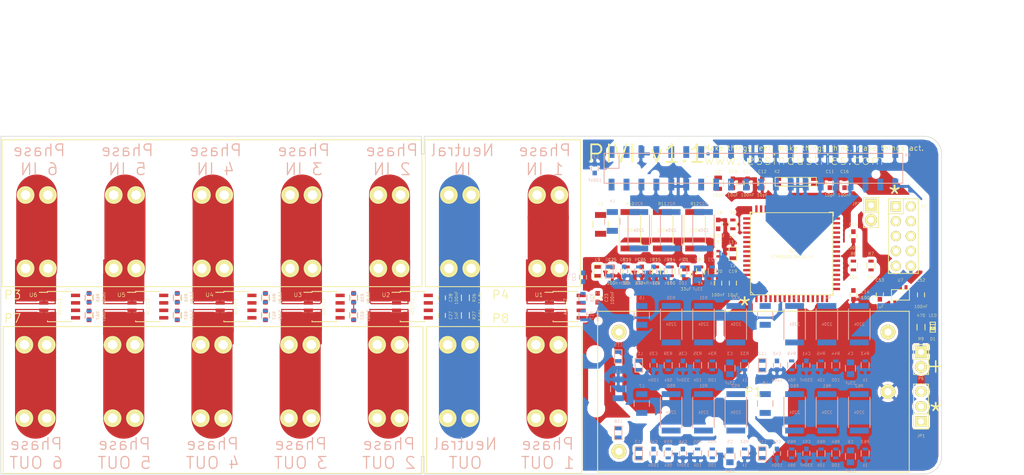
<source format=kicad_pcb>
(kicad_pcb (version 4) (host pcbnew 0.201504261001+5623~23~ubuntu15.04.1-product)
  (title_block (title PIVI) (date "mar 23 dic 2014") (rev "Rev. 1.0") (company "Copyright (C) LESS Industries S.A 2014,2015") (comment 1 "Share alike attribution non-commercial 4.0") (comment 2 "License: Creative Commons ") (comment 3 "PCB board"))
  (layers (0 F.Cu mixed) (31 B.Cu mixed) (34 B.Paste user hide) (35 F.Paste user hide) (36 B.SilkS user) (37 F.SilkS user) (38 B.Mask user) (39 F.Mask user) (44 Edge.Cuts user))
  (net 0 "")
  (net 1 "Net-(C1-Pad1)")
  (net 2 "Net-(C2-Pad1)")
  (net 3 +3.3VP)
  (net 4 +3.3VADC)
  (net 5 "Net-(C11-Pad1)")
  (net 6 "Net-(C12-Pad1)")
  (net 7 +5V)
  (net 8 "Net-(C22-Pad1)")
  (net 9 "Net-(C27-Pad1)")
  (net 10 "Net-(C32-Pad1)")
  (net 11 "Net-(C37-Pad1)")
  (net 12 "Net-(C42-Pad1)")
  (net 13 "Net-(C47-Pad1)")
  (net 14 "Net-(D1-Pad2)")
  (net 15 /Circuits_4_5_6/Current1_AD)
  (net 16 /Circuits_4_5_6/Current2_AD)
  (net 17 /Circuits_4_5_6/Current3_AD)
  (net 18 "/Atxmega128a3 and support components 1/PA3")
  (net 19 "/Atxmega128a3 and support components 1/PA4")
  (net 20 "/Atxmega128a3 and support components 1/PA5")
  (net 21 /Circuits_1_2_3/Current1_AD)
  (net 22 /Circuits_1_2_3/Current2_AD)
  (net 23 /Circuits_1_2_3/Current3_AD)
  (net 24 "/Atxmega128a3 and support components 1/TMS")
  (net 25 "/Atxmega128a3 and support components 1/TDI")
  (net 26 "/Atxmega128a3 and support components 1/TCK")
  (net 27 "/Atxmega128a3 and support components 1/TDO")
  (net 28 "/Atxmega128a3 and support components 1/PC0-I2C-SDA")
  (net 29 "/Atxmega128a3 and support components 1/PC1-I2C-SCL")
  (net 30 "/Atxmega128a3 and support components 1/PC2")
  (net 31 "/Atxmega128a3 and support components 1/PC3")
  (net 32 "/Atxmega128a3 and support components 1/RESET")
  (net 33 "/Atxmega128a3 and support components 1/PA0")
  (net 34 "/Atxmega128a3 and support components 1/PA1")
  (net 35 "/Atxmega128a3 and support components 1/PA2")
  (net 36 "Net-(JP2-Pad2)")
  (net 37 /Circuits_1_2_3/Phase1_In)
  (net 38 "Net-(L3-Pad1)")
  (net 39 /Circuits_1_2_3/Phase2_In)
  (net 40 "Net-(L4-Pad1)")
  (net 41 /Circuits_1_2_3/Phase3_In)
  (net 42 "Net-(L5-Pad1)")
  (net 43 /Circuits_4_5_6/Phase1_In)
  (net 44 "Net-(L6-Pad1)")
  (net 45 /Circuits_4_5_6/Phase2_In)
  (net 46 "Net-(L7-Pad1)")
  (net 47 /Circuits_4_5_6/Phase3_In)
  (net 48 "Net-(L8-Pad1)")
  (net 49 /Circuits_1_2_3/Phase2_Out)
  (net 50 /Circuits_1_2_3/Phase3_Out)
  (net 51 /Circuits_1_2_3/Phase1_Out)
  (net 52 /Circuits_4_5_6/Phase2_Out)
  (net 53 /Circuits_4_5_6/Phase3_Out)
  (net 54 /Circuits_4_5_6/Phase1_Out)
  (net 55 "Net-(R10-Pad1)")
  (net 56 "Net-(R11-Pad1)")
  (net 57 "Net-(R16-Pad2)")
  (net 58 "Net-(R20-Pad1)")
  (net 59 "Net-(R21-Pad1)")
  (net 60 "Net-(R26-Pad2)")
  (net 61 "Net-(R30-Pad1)")
  (net 62 "Net-(R31-Pad1)")
  (net 63 "Net-(R36-Pad2)")
  (net 64 "Net-(R40-Pad1)")
  (net 65 "Net-(R41-Pad1)")
  (net 66 "Net-(R46-Pad2)")
  (net 67 "Net-(R50-Pad1)")
  (net 68 "Net-(R51-Pad1)")
  (net 69 "Net-(R56-Pad2)")
  (net 70 "Net-(R60-Pad1)")
  (net 71 "Net-(R61-Pad1)")
  (net 72 "Net-(R66-Pad2)")
  (net 73 +3V3)
  (net 74 "Net-(C1-Pad2)")
  (net 75 "Net-(C2-Pad2)")
  (net 76 "Net-(C3-Pad1)")
  (net 77 "Net-(C3-Pad2)")
  (net 78 "Net-(C4-Pad1)")
  (net 79 "Net-(C4-Pad2)")
  (net 80 "Net-(C5-Pad1)")
  (net 81 "Net-(C5-Pad2)")
  (net 82 "Net-(C6-Pad1)")
  (net 83 "Net-(C6-Pad2)")
  (net 84 GND)
  (net 85 "Net-(C25-Pad1)")
  (net 86 "Net-(C30-Pad1)")
  (net 87 "Net-(C35-Pad1)")
  (net 88 "Net-(C40-Pad1)")
  (net 89 "Net-(C45-Pad1)")
  (net 90 "Net-(C50-Pad1)")
  (net 91 "/Atxmega128a3 and support components 1/GNDA")
  (net 92 "Net-(JP1-Pad1)")
  (net 93 /Connectors/Alternative_5V_input)
  (net 94 /Connectors/Neutral1_In)
  (net 95 "Net-(L15-Pad2)")
  (net 96 "Net-(L16-Pad1)")
  (module SOIC_Packages:SOIC-8_3.9x4.9mm_Pitch1.27mm (layer F.Cu) (at 111 88)
    (fp_text reference U2 (at -4.5 -2) (layer F.SilkS) (effects (font (size 0.7 0.7) (thickness 0.07))))
    (fp_text value ACS712 (at 0 0 270) (layer F.SilkS) (effects (font (size 0.5 0.5) (thickness 0.05))))
    (pad 1 smd rect (at -2.7 -1.905) (size 1.55 0.6) (layers F.Cu F.Paste F.Mask) (net 39 /Circuits_1_2_3/Phase2_In))
    (pad 2 smd rect (at -2.7 -0.635) (size 1.55 0.6) (layers F.Cu F.Paste F.Mask) (net 39 /Circuits_1_2_3/Phase2_In))
    (pad 3 smd rect (at -2.7 0.635) (size 1.55 0.6) (layers F.Cu F.Paste F.Mask) (net 49 /Circuits_1_2_3/Phase2_Out))
    (pad 4 smd rect (at -2.7 1.905) (size 1.55 0.6) (layers F.Cu F.Paste F.Mask) (net 49 /Circuits_1_2_3/Phase2_Out))
    (pad 5 smd rect (at 2.7 1.905) (size 1.55 0.6) (layers F.Cu F.Paste F.Mask) (net 84 GND))
    (pad 6 smd rect (at 2.7 0.635) (size 1.55 0.6) (layers F.Cu F.Paste F.Mask) (net 9 "Net-(C27-Pad1)"))
    (pad 7 smd rect (at 2.7 -0.635) (size 1.55 0.6) (layers F.Cu F.Paste F.Mask) (net 60 "Net-(R26-Pad2)"))
    (pad 8 smd rect (at 2.7 -1.905) (size 1.55 0.6) (layers F.Cu F.Paste F.Mask) (net 7 +5V))
  )
  (module Capacitors_SMD:C_0603 (layer F.Cu) (at 116 86.5 270)
    (fp_text reference C28 (at 0 -1.5 270) (layer F.SilkS) (effects (font (size 0.5 0.5) (thickness 0.05))))
    (fp_text value 100nF (at 0 -2.5 270) (layer F.SilkS) (effects (font (size 0.5 0.5) (thickness 0.05))))
    (pad 1 smd rect (at -0.75 0 270) (size 0.8 0.75) (layers F.Cu F.Paste F.Mask) (net 7 +5V))
    (pad 2 smd rect (at 0.75 0 270) (size 0.8 0.75) (layers F.Cu F.Paste F.Mask) (net 84 GND))
  )
  (module SOIC_Packages:SOIC-8_3.9x4.9mm_Pitch1.27mm (layer F.Cu) (at 81 88)
    (fp_text reference U4 (at -4.5 -2) (layer F.SilkS) (effects (font (size 0.7 0.7) (thickness 0.07))))
    (fp_text value ACS712 (at 0 0 90) (layer F.SilkS) (effects (font (size 0.5 0.5) (thickness 0.05))))
    (pad 1 smd rect (at -2.7 -1.905) (size 1.55 0.6) (layers F.Cu F.Paste F.Mask) (net 43 /Circuits_4_5_6/Phase1_In))
    (pad 2 smd rect (at -2.7 -0.635) (size 1.55 0.6) (layers F.Cu F.Paste F.Mask) (net 43 /Circuits_4_5_6/Phase1_In))
    (pad 3 smd rect (at -2.7 0.635) (size 1.55 0.6) (layers F.Cu F.Paste F.Mask) (net 54 /Circuits_4_5_6/Phase1_Out))
    (pad 4 smd rect (at -2.7 1.905) (size 1.55 0.6) (layers F.Cu F.Paste F.Mask) (net 54 /Circuits_4_5_6/Phase1_Out))
    (pad 5 smd rect (at 2.7 1.905) (size 1.55 0.6) (layers F.Cu F.Paste F.Mask) (net 84 GND))
    (pad 6 smd rect (at 2.7 0.635) (size 1.55 0.6) (layers F.Cu F.Paste F.Mask) (net 11 "Net-(C37-Pad1)"))
    (pad 7 smd rect (at 2.7 -0.635) (size 1.55 0.6) (layers F.Cu F.Paste F.Mask) (net 66 "Net-(R46-Pad2)"))
    (pad 8 smd rect (at 2.7 -1.905) (size 1.55 0.6) (layers F.Cu F.Paste F.Mask) (net 7 +5V))
  )
  (module SOIC_Packages:SOIC-8_3.9x4.9mm_Pitch1.27mm (layer F.Cu) (at 66 88)
    (fp_text reference U5 (at -4.5 -2) (layer F.SilkS) (effects (font (size 0.7 0.7) (thickness 0.07))))
    (fp_text value ACS712 (at 0 0 90) (layer F.SilkS) (effects (font (size 0.5 0.5) (thickness 0.05))))
    (pad 1 smd rect (at -2.7 -1.905) (size 1.55 0.6) (layers F.Cu F.Paste F.Mask) (net 45 /Circuits_4_5_6/Phase2_In))
    (pad 2 smd rect (at -2.7 -0.635) (size 1.55 0.6) (layers F.Cu F.Paste F.Mask) (net 45 /Circuits_4_5_6/Phase2_In))
    (pad 3 smd rect (at -2.7 0.635) (size 1.55 0.6) (layers F.Cu F.Paste F.Mask) (net 52 /Circuits_4_5_6/Phase2_Out))
    (pad 4 smd rect (at -2.7 1.905) (size 1.55 0.6) (layers F.Cu F.Paste F.Mask) (net 52 /Circuits_4_5_6/Phase2_Out))
    (pad 5 smd rect (at 2.7 1.905) (size 1.55 0.6) (layers F.Cu F.Paste F.Mask) (net 84 GND))
    (pad 6 smd rect (at 2.7 0.635) (size 1.55 0.6) (layers F.Cu F.Paste F.Mask) (net 12 "Net-(C42-Pad1)"))
    (pad 7 smd rect (at 2.7 -0.635) (size 1.55 0.6) (layers F.Cu F.Paste F.Mask) (net 69 "Net-(R56-Pad2)"))
    (pad 8 smd rect (at 2.7 -1.905) (size 1.55 0.6) (layers F.Cu F.Paste F.Mask) (net 7 +5V))
  )
  (module LESS:CONN-TERM-BLK-5POS-PHOENIX (layer F.Cu) (at 45 107)
    (fp_text reference P7 (at -2 -17) (layer F.SilkS) (effects (font (size 1.5 1.5))))
    (fp_text value CONN_01X05 hide)
    (pad 4 thru_hole circle (at 48.8 0) (size 3 3) (drill 1.6) (layers *.Cu *.Mask F.SilkS) (net 50 /Circuits_1_2_3/Phase3_Out))
    (pad 4 thru_hole circle (at 48.8 -12.5) (size 3 3) (drill 1.6) (layers *.Cu *.Mask F.SilkS) (net 50 /Circuits_1_2_3/Phase3_Out))
    (pad 4 thru_hole circle (at 45 -12.5) (size 3 3) (drill 1.6) (layers *.Cu *.Mask F.SilkS) (net 50 /Circuits_1_2_3/Phase3_Out))
    (pad 4 thru_hole circle (at 45 0) (size 3 3) (drill 1.6) (layers *.Cu *.Mask F.SilkS) (net 50 /Circuits_1_2_3/Phase3_Out))
    (pad 5 thru_hole circle (at 63.8 -12.5) (size 3 3) (drill 1.6) (layers *.Cu *.Mask F.SilkS) (net 49 /Circuits_1_2_3/Phase2_Out))
    (pad 5 thru_hole circle (at 60 0) (size 3 3) (drill 1.6) (layers *.Cu *.Mask F.SilkS) (net 49 /Circuits_1_2_3/Phase2_Out))
    (pad 5 thru_hole circle (at 60 -12.5) (size 3 3) (drill 1.6) (layers *.Cu *.Mask F.SilkS) (net 49 /Circuits_1_2_3/Phase2_Out))
    (pad 5 thru_hole circle (at 63.8 0) (size 3 3) (drill 1.6) (layers *.Cu *.Mask F.SilkS) (net 49 /Circuits_1_2_3/Phase2_Out))
    (pad 3 thru_hole circle (at 33.8 0) (size 3 3) (drill 1.6) (layers *.Cu *.Mask F.SilkS) (net 54 /Circuits_4_5_6/Phase1_Out))
    (pad 3 thru_hole circle (at 30 -12.5) (size 3 3) (drill 1.6) (layers *.Cu *.Mask F.SilkS) (net 54 /Circuits_4_5_6/Phase1_Out))
    (pad 3 thru_hole circle (at 30 0) (size 3 3) (drill 1.6) (layers *.Cu *.Mask F.SilkS) (net 54 /Circuits_4_5_6/Phase1_Out))
    (pad 3 thru_hole circle (at 33.8 -12.5) (size 3 3) (drill 1.6) (layers *.Cu *.Mask F.SilkS) (net 54 /Circuits_4_5_6/Phase1_Out))
    (pad 2 thru_hole circle (at 15 0) (size 3 3) (drill 1.6) (layers *.Cu *.Mask F.SilkS) (net 52 /Circuits_4_5_6/Phase2_Out))
    (pad 2 thru_hole circle (at 15 -12.5) (size 3 3) (drill 1.6) (layers *.Cu *.Mask F.SilkS) (net 52 /Circuits_4_5_6/Phase2_Out))
    (pad 2 thru_hole circle (at 18.8 -12.5) (size 3 3) (drill 1.6) (layers *.Cu *.Mask F.SilkS) (net 52 /Circuits_4_5_6/Phase2_Out))
    (pad 2 thru_hole circle (at 18.8 0) (size 3 3) (drill 1.6) (layers *.Cu *.Mask F.SilkS) (net 52 /Circuits_4_5_6/Phase2_Out))
    (pad 1 thru_hole circle (at 3.8 0) (size 3 3) (drill 1.6) (layers *.Cu *.Mask F.SilkS) (net 53 /Circuits_4_5_6/Phase3_Out))
    (pad 1 thru_hole circle (at 3.8 -12.5) (size 3 3) (drill 1.6) (layers *.Cu *.Mask F.SilkS) (net 53 /Circuits_4_5_6/Phase3_Out))
    (pad 1 thru_hole circle (at 0 -12.5) (size 3 3) (drill 1.6) (layers *.Cu *.Mask F.SilkS) (net 53 /Circuits_4_5_6/Phase3_Out))
    (pad 1 thru_hole circle (at 0 0) (size 3 3) (drill 1.6) (layers *.Cu *.Mask F.SilkS) (net 53 /Circuits_4_5_6/Phase3_Out))
  )
  (module LESS:CONN-TERM-BLK-2POS-PHOENIX (layer F.Cu) (at 117 107)
    (fp_text reference P8 (at 9 -17) (layer F.SilkS) (effects (font (size 1.5 1.5))))
    (fp_text value CONN_01X02 hide)
    (pad 2 thru_hole circle (at 15 0) (size 3 3) (drill 1.6) (layers *.Cu *.Mask F.SilkS) (net 51 /Circuits_1_2_3/Phase1_Out))
    (pad 2 thru_hole circle (at 15 -12.5) (size 3 3) (drill 1.6) (layers *.Cu *.Mask F.SilkS) (net 51 /Circuits_1_2_3/Phase1_Out))
    (pad 2 thru_hole circle (at 18.8 -12.5) (size 3 3) (drill 1.6) (layers *.Cu *.Mask F.SilkS) (net 51 /Circuits_1_2_3/Phase1_Out))
    (pad 2 thru_hole circle (at 18.8 0) (size 3 3) (drill 1.6) (layers *.Cu *.Mask F.SilkS) (net 51 /Circuits_1_2_3/Phase1_Out))
    (pad 1 thru_hole circle (at 3.8 0) (size 3 3) (drill 1.6) (layers *.Cu *.Mask F.SilkS) (net 94 /Connectors/Neutral1_In))
    (pad 1 thru_hole circle (at 3.8 -12.5) (size 3 3) (drill 1.6) (layers *.Cu *.Mask F.SilkS) (net 94 /Connectors/Neutral1_In))
    (pad 1 thru_hole circle (at 0 -12.5) (size 3 3) (drill 1.6) (layers *.Cu *.Mask F.SilkS) (net 94 /Connectors/Neutral1_In))
    (pad 1 thru_hole circle (at 0 0) (size 3 3) (drill 1.6) (layers *.Cu *.Mask F.SilkS) (net 94 /Connectors/Neutral1_In))
  )
  (module LESS:RAC10-xxSC-277 (layer F.Cu) (at 169 102.5)
    (fp_text reference P1 (at 0 0) (layer F.SilkS) (effects (font (size 1.5 1.5))))
    (fp_text value Recom_Power_RAC10-05SC/277 hide)
    (pad 1 thru_hole circle (at -22.87 -10.16) (size 2.5 2.5) (drill 1.2) (layers *.Cu *.Mask F.SilkS) (net 95 "Net-(L15-Pad2)"))
    (pad 2 thru_hole circle (at -22.87 10.16) (size 2.5 2.5) (drill 1.2) (layers *.Cu *.Mask F.SilkS) (net 96 "Net-(L16-Pad1)"))
    (pad 3 thru_hole circle (at 22.87 0) (size 2.5 2.5) (drill 1.2) (layers *.Cu *.Mask F.SilkS) (net 84 GND))
    (pad 4 thru_hole circle (at 22.87 -10.16) (size 2.5 2.5) (drill 1.2) (layers *.Cu *.Mask F.SilkS) (net 92 "Net-(JP1-Pad1)"))
  )
  (module Capacitors_SMD:C_0603 (layer B.Cu) (at 140 83 90)
    (fp_text reference C22 (at 0 -1.5 270) (layer B.SilkS) (effects (font (size 0.5 0.5) (thickness 0.05)) (justify mirror)))
    (fp_text value 1nF (at 0 -2.5 270) (layer B.SilkS) (effects (font (size 0.5 0.5) (thickness 0.05)) (justify mirror)))
    (pad 1 smd rect (at -0.75 0 90) (size 0.8 0.75) (layers B.Cu B.Paste B.Mask) (net 8 "Net-(C22-Pad1)"))
    (pad 2 smd rect (at 0.75 0 90) (size 0.8 0.75) (layers B.Cu B.Paste B.Mask) (net 84 GND))
  )
  (module Capacitors_SMD:C_0603 (layer F.Cu) (at 142.5 86.5 270)
    (fp_text reference C23 (at 0 -1.5 450) (layer F.SilkS) (effects (font (size 0.5 0.5) (thickness 0.05))))
    (fp_text value 100nF (at 0 -2.5 450) (layer F.SilkS) (effects (font (size 0.5 0.5) (thickness 0.05))))
    (pad 1 smd rect (at -0.75 0 270) (size 0.8 0.75) (layers F.Cu F.Paste F.Mask) (net 7 +5V))
    (pad 2 smd rect (at 0.75 0 270) (size 0.8 0.75) (layers F.Cu F.Paste F.Mask) (net 84 GND))
  )
  (module Capacitors_SMD:C_0603 (layer F.Cu) (at 116 89.5 90)
    (fp_text reference C27 (at 0 1.5 90) (layer F.SilkS) (effects (font (size 0.5 0.5) (thickness 0.05))))
    (fp_text value 1nF (at 0 2.5 90) (layer F.SilkS) (effects (font (size 0.5 0.5) (thickness 0.05))))
    (pad 1 smd rect (at -0.75 0 90) (size 0.8 0.75) (layers F.Cu F.Paste F.Mask) (net 9 "Net-(C27-Pad1)"))
    (pad 2 smd rect (at 0.75 0 90) (size 0.8 0.75) (layers F.Cu F.Paste F.Mask) (net 84 GND))
  )
  (module Capacitors_SMD:C_0603 (layer F.Cu) (at 101 89.5 90)
    (fp_text reference C32 (at 0 1.5 270) (layer F.SilkS) (effects (font (size 0.5 0.5) (thickness 0.05))))
    (fp_text value 1nF (at 0 2.5 90) (layer F.SilkS) (effects (font (size 0.5 0.5) (thickness 0.05))))
    (pad 1 smd rect (at -0.75 0 90) (size 0.8 0.75) (layers F.Cu F.Paste F.Mask) (net 10 "Net-(C32-Pad1)"))
    (pad 2 smd rect (at 0.75 0 90) (size 0.8 0.75) (layers F.Cu F.Paste F.Mask) (net 84 GND))
  )
  (module Capacitors_SMD:C_0603 (layer F.Cu) (at 101 86.5 270)
    (fp_text reference C33 (at 0 -1.5 450) (layer F.SilkS) (effects (font (size 0.5 0.5) (thickness 0.05))))
    (fp_text value 100nF (at 0 -2.5 450) (layer F.SilkS) (effects (font (size 0.5 0.5) (thickness 0.05))))
    (pad 1 smd rect (at -0.75 0 270) (size 0.8 0.75) (layers F.Cu F.Paste F.Mask) (net 7 +5V))
    (pad 2 smd rect (at 0.75 0 270) (size 0.8 0.75) (layers F.Cu F.Paste F.Mask) (net 84 GND))
  )
  (module Capacitors_SMD:C_0603 (layer F.Cu) (at 86 89.5 90)
    (fp_text reference C37 (at 0 1.5 270) (layer F.SilkS) (effects (font (size 0.5 0.5) (thickness 0.05))))
    (fp_text value 1nF (at 0 2.5 270) (layer F.SilkS) (effects (font (size 0.5 0.5) (thickness 0.05))))
    (pad 1 smd rect (at -0.75 0 90) (size 0.8 0.75) (layers F.Cu F.Paste F.Mask) (net 11 "Net-(C37-Pad1)"))
    (pad 2 smd rect (at 0.75 0 90) (size 0.8 0.75) (layers F.Cu F.Paste F.Mask) (net 84 GND))
  )
  (module Capacitors_SMD:C_0603 (layer F.Cu) (at 86 86.5 270)
    (fp_text reference C38 (at 0 -1.5 450) (layer F.SilkS) (effects (font (size 0.5 0.5) (thickness 0.05))))
    (fp_text value 100nF (at 0 -2.5 450) (layer F.SilkS) (effects (font (size 0.5 0.5) (thickness 0.05))))
    (pad 1 smd rect (at -0.75 0 270) (size 0.8 0.75) (layers F.Cu F.Paste F.Mask) (net 7 +5V))
    (pad 2 smd rect (at 0.75 0 270) (size 0.8 0.75) (layers F.Cu F.Paste F.Mask) (net 84 GND))
  )
  (module Capacitors_SMD:C_0603 (layer F.Cu) (at 71 89.5 90)
    (fp_text reference C42 (at 0 1.5 270) (layer F.SilkS) (effects (font (size 0.5 0.5) (thickness 0.05))))
    (fp_text value 1nF (at 0 2.5 270) (layer F.SilkS) (effects (font (size 0.5 0.5) (thickness 0.05))))
    (pad 1 smd rect (at -0.75 0 90) (size 0.8 0.75) (layers F.Cu F.Paste F.Mask) (net 12 "Net-(C42-Pad1)"))
    (pad 2 smd rect (at 0.75 0 90) (size 0.8 0.75) (layers F.Cu F.Paste F.Mask) (net 84 GND))
  )
  (module Capacitors_SMD:C_0603 (layer F.Cu) (at 71 86.5 270)
    (fp_text reference C43 (at 0 -1.5 450) (layer F.SilkS) (effects (font (size 0.5 0.5) (thickness 0.05))))
    (fp_text value 100nF (at 0 -2.5 450) (layer F.SilkS) (effects (font (size 0.5 0.5) (thickness 0.05))))
    (pad 1 smd rect (at -0.75 0 270) (size 0.8 0.75) (layers F.Cu F.Paste F.Mask) (net 7 +5V))
    (pad 2 smd rect (at 0.75 0 270) (size 0.8 0.75) (layers F.Cu F.Paste F.Mask) (net 84 GND))
  )
  (module Capacitors_SMD:C_0603 (layer F.Cu) (at 56 89.5 90)
    (fp_text reference C47 (at 0 1.5 270) (layer F.SilkS) (effects (font (size 0.5 0.5) (thickness 0.05))))
    (fp_text value 1nF (at 0 2.5 270) (layer F.SilkS) (effects (font (size 0.5 0.5) (thickness 0.05))))
    (pad 1 smd rect (at -0.75 0 90) (size 0.8 0.75) (layers F.Cu F.Paste F.Mask) (net 13 "Net-(C47-Pad1)"))
    (pad 2 smd rect (at 0.75 0 90) (size 0.8 0.75) (layers F.Cu F.Paste F.Mask) (net 84 GND))
  )
  (module Capacitors_SMD:C_0603 (layer F.Cu) (at 56 86.5 270)
    (fp_text reference C48 (at 0 -1.5 450) (layer F.SilkS) (effects (font (size 0.5 0.5) (thickness 0.05))))
    (fp_text value 100nF (at 0 -2.5 450) (layer F.SilkS) (effects (font (size 0.5 0.5) (thickness 0.05))))
    (pad 1 smd rect (at -0.75 0 270) (size 0.8 0.75) (layers F.Cu F.Paste F.Mask) (net 7 +5V))
    (pad 2 smd rect (at 0.75 0 270) (size 0.8 0.75) (layers F.Cu F.Paste F.Mask) (net 84 GND))
  )
  (module Resistors_SMD:R_0402 (layer F.Cu) (at 163 79 270)
    (fp_text reference FB2 (at -2 0 540) (layer F.SilkS) (effects (font (size 0.5 0.5) (thickness 0.05))))
    (fp_text value BLM15BB221SN1 hide)
    (pad 1 smd rect (at -0.45 0 270) (size 0.4 0.6) (layers F.Cu F.Paste F.Mask) (net 3 +3.3VP))
    (pad 2 smd rect (at 0.45 0 270) (size 0.4 0.6) (layers F.Cu F.Paste F.Mask) (net 4 +3.3VADC))
  )
  (module Pin_Headers:Pin_Header_Straight_1x02 (layer F.Cu) (at 189 72 270)
    (fp_text reference JP2 (at -1.5 2.5 360) (layer F.SilkS) (effects (font (size 0.5 0.5) (thickness 0.05))))
    (fp_text value JUMPER hide)
    (pad 1 thru_hole rect (at -1.27 0 270) (size 2.032 2.032) (drill 1.016) (layers *.Cu *.Mask F.SilkS) (net 3 +3.3VP))
    (pad 2 thru_hole oval (at 1.27 0 270) (size 2.032 2.032) (drill 1.016) (layers *.Cu *.Mask F.SilkS) (net 36 "Net-(JP2-Pad2)"))
  )
  (module Resistors_SMD:R_0805 (layer F.Cu) (at 163 67 270)
    (fp_text reference L2 (at -2 0 540) (layer F.SilkS) (effects (font (size 0.5 0.5) (thickness 0.05))))
    (fp_text value 10uH (at 2 0 360) (layer F.SilkS) (effects (font (size 0.5 0.5) (thickness 0.05))))
    (pad 1 smd rect (at -0.95 0 270) (size 0.7 1.3) (layers F.Cu F.Paste F.Mask) (net 73 +3V3))
    (pad 2 smd rect (at 0.95 0 270) (size 0.7 1.3) (layers F.Cu F.Paste F.Mask) (net 3 +3.3VP))
  )
  (module Inductors_NEOSID:Neosid_Inductor_SM-NE30_SMD1210 (layer F.Cu) (at 143 74 90)
    (fp_text reference L3 (at 3.5 0 180) (layer F.SilkS) (effects (font (size 0.5 0.5) (thickness 0.05))))
    (fp_text value 1uH hide)
    (pad 2 smd rect (at 1.6002 0 90) (size 1.00076 1.89992) (layers F.Cu F.Paste F.Mask) (net 37 /Circuits_1_2_3/Phase1_In))
    (pad 1 smd rect (at -1.6002 0 90) (size 1.00076 1.89992) (layers F.Cu F.Paste F.Mask) (net 38 "Net-(L3-Pad1)"))
  )
  (module Inductors_NEOSID:Neosid_Inductor_SM-NE30_SMD1210 (layer B.Cu) (at 145 73.5 90)
    (fp_text reference L4 (at 3.5 0 180) (layer B.SilkS) (effects (font (size 0.5 0.5) (thickness 0.05)) (justify mirror)))
    (fp_text value 1uH hide)
    (pad 2 smd rect (at 1.6002 0 90) (size 1.00076 1.89992) (layers B.Cu B.Paste B.Mask) (net 39 /Circuits_1_2_3/Phase2_In))
    (pad 1 smd rect (at -1.6002 0 90) (size 1.00076 1.89992) (layers B.Cu B.Paste B.Mask) (net 40 "Net-(L4-Pad1)"))
  )
  (module Inductors_NEOSID:Neosid_Inductor_SM-NE30_SMD1210 (layer B.Cu) (at 150 89.5 90)
    (fp_text reference L5 (at 3 0 180) (layer B.SilkS) (effects (font (size 0.5 0.5) (thickness 0.05)) (justify mirror)))
    (fp_text value 1uH hide)
    (pad 2 smd rect (at 1.6002 0 90) (size 1.00076 1.89992) (layers B.Cu B.Paste B.Mask) (net 41 /Circuits_1_2_3/Phase3_In))
    (pad 1 smd rect (at -1.6002 0 90) (size 1.00076 1.89992) (layers B.Cu B.Paste B.Mask) (net 42 "Net-(L5-Pad1)"))
  )
  (module Inductors_NEOSID:Neosid_Inductor_SM-NE30_SMD1210 (layer B.Cu) (at 171 89.5 90)
    (fp_text reference L6 (at 3 0 360) (layer B.SilkS) (effects (font (size 0.5 0.5) (thickness 0.05)) (justify mirror)))
    (fp_text value 1uH hide)
    (pad 2 smd rect (at 1.6002 0 90) (size 1.00076 1.89992) (layers B.Cu B.Paste B.Mask) (net 43 /Circuits_4_5_6/Phase1_In))
    (pad 1 smd rect (at -1.6002 0 90) (size 1.00076 1.89992) (layers B.Cu B.Paste B.Mask) (net 44 "Net-(L6-Pad1)"))
  )
  (module Inductors_NEOSID:Neosid_Inductor_SM-NE30_SMD1210 (layer B.Cu) (at 150 104.5 270)
    (fp_text reference L7 (at -3 0 540) (layer B.SilkS) (effects (font (size 0.5 0.5) (thickness 0.05)) (justify mirror)))
    (fp_text value 1uH hide)
    (pad 2 smd rect (at 1.6002 0 270) (size 1.00076 1.89992) (layers B.Cu B.Paste B.Mask) (net 45 /Circuits_4_5_6/Phase2_In))
    (pad 1 smd rect (at -1.6002 0 270) (size 1.00076 1.89992) (layers B.Cu B.Paste B.Mask) (net 46 "Net-(L7-Pad1)"))
  )
  (module Inductors_NEOSID:Neosid_Inductor_SM-NE30_SMD1210 (layer B.Cu) (at 171 104.5 90)
    (fp_text reference L8 (at 3.5 0 360) (layer B.SilkS) (effects (font (size 0.5 0.5) (thickness 0.05)) (justify mirror)))
    (fp_text value 1uH hide)
    (pad 2 smd rect (at 1.6002 0 90) (size 1.00076 1.89992) (layers B.Cu B.Paste B.Mask) (net 47 /Circuits_4_5_6/Phase3_In))
    (pad 1 smd rect (at -1.6002 0 90) (size 1.00076 1.89992) (layers B.Cu B.Paste B.Mask) (net 48 "Net-(L8-Pad1)"))
  )
  (module Pin_Headers:Pin_Header_Straight_2x05 (layer F.Cu) (at 194.5 76 270)
    (fp_text reference P2 (at -5 -3.5 360) (layer F.SilkS) (effects (font (size 0.5 0.5) (thickness 0.05))))
    (fp_text value CONN_02X05 hide)
    (pad 1 thru_hole rect (at -5.08 1.27 270) (size 1.7272 1.7272) (drill 1.016) (layers *.Cu *.Mask F.SilkS) (net 26 "/Atxmega128a3 and support components 1/TCK"))
    (pad 2 thru_hole oval (at -5.08 -1.27 270) (size 1.7272 1.7272) (drill 1.016) (layers *.Cu *.Mask F.SilkS) (net 84 GND))
    (pad 3 thru_hole oval (at -2.54 1.27 270) (size 1.7272 1.7272) (drill 1.016) (layers *.Cu *.Mask F.SilkS) (net 27 "/Atxmega128a3 and support components 1/TDO"))
    (pad 4 thru_hole oval (at -2.54 -1.27 270) (size 1.7272 1.7272) (drill 1.016) (layers *.Cu *.Mask F.SilkS) (net 3 +3.3VP))
    (pad 5 thru_hole oval (at 0 1.27 270) (size 1.7272 1.7272) (drill 1.016) (layers *.Cu *.Mask F.SilkS) (net 24 "/Atxmega128a3 and support components 1/TMS"))
    (pad 6 thru_hole oval (at 0 -1.27 270) (size 1.7272 1.7272) (drill 1.016) (layers *.Cu *.Mask F.SilkS) (net 32 "/Atxmega128a3 and support components 1/RESET"))
    (pad 7 thru_hole oval (at 2.54 1.27 270) (size 1.7272 1.7272) (drill 1.016) (layers *.Cu *.Mask F.SilkS) (net 36 "Net-(JP2-Pad2)"))
    (pad 8 thru_hole oval (at 2.54 -1.27 270) (size 1.7272 1.7272) (drill 1.016) (layers *.Cu *.Mask F.SilkS))
    (pad 9 thru_hole oval (at 5.08 1.27 270) (size 1.7272 1.7272) (drill 1.016) (layers *.Cu *.Mask F.SilkS) (net 25 "/Atxmega128a3 and support components 1/TDI"))
    (pad 10 thru_hole oval (at 5.08 -1.27 270) (size 1.7272 1.7272) (drill 1.016) (layers *.Cu *.Mask F.SilkS) (net 84 GND))
  )
  (module Resistors_SMD:R_2512 (layer F.Cu) (at 148 75 90)
    (fp_text reference R10 (at 4.5 0 180) (layer F.SilkS) (effects (font (size 0.5 0.5) (thickness 0.05))))
    (fp_text value 220k (at 0 0 180) (layer F.SilkS) (effects (font (size 0.5 0.5) (thickness 0.05))))
    (pad 1 smd rect (at -3.1 0 90) (size 1 3.2) (layers F.Cu F.Paste F.Mask) (net 55 "Net-(R10-Pad1)"))
    (pad 2 smd rect (at 3.1 0 90) (size 1 3.2) (layers F.Cu F.Paste F.Mask) (net 38 "Net-(L3-Pad1)"))
  )
  (module Resistors_SMD:R_2512 (layer F.Cu) (at 153.5 75 270)
    (fp_text reference R11 (at -4.5 0 360) (layer F.SilkS) (effects (font (size 0.5 0.5) (thickness 0.05))))
    (fp_text value 220k (at 0 0 360) (layer F.SilkS) (effects (font (size 0.5 0.5) (thickness 0.05))))
    (pad 1 smd rect (at -3.1 0 270) (size 1 3.2) (layers F.Cu F.Paste F.Mask) (net 56 "Net-(R11-Pad1)"))
    (pad 2 smd rect (at 3.1 0 270) (size 1 3.2) (layers F.Cu F.Paste F.Mask) (net 55 "Net-(R10-Pad1)"))
  )
  (module Resistors_SMD:R_2512 (layer F.Cu) (at 159 75 90)
    (fp_text reference R12 (at 4.5 0 180) (layer F.SilkS) (effects (font (size 0.5 0.5) (thickness 0.05))))
    (fp_text value 220k (at 0 0 180) (layer F.SilkS) (effects (font (size 0.5 0.5) (thickness 0.05))))
    (pad 1 smd rect (at -3.1 0 90) (size 1 3.2) (layers F.Cu F.Paste F.Mask) (net 74 "Net-(C1-Pad2)"))
    (pad 2 smd rect (at 3.1 0 90) (size 1 3.2) (layers F.Cu F.Paste F.Mask) (net 56 "Net-(R11-Pad1)"))
  )
  (module Resistors_SMD:R_0603 (layer B.Cu) (at 140 86.5 90)
    (fp_text reference R16 (at 0 1.5 270) (layer B.SilkS) (effects (font (size 0.5 0.5) (thickness 0.05)) (justify mirror)))
    (fp_text value 11.8k (at 0 2.5 90) (layer B.SilkS) (effects (font (size 0.5 0.5) (thickness 0.05)) (justify mirror)))
    (pad 1 smd rect (at -0.75 0 90) (size 0.5 0.9) (layers B.Cu B.Paste B.Mask) (net 21 /Circuits_1_2_3/Current1_AD))
    (pad 2 smd rect (at 0.75 0 90) (size 0.5 0.9) (layers B.Cu B.Paste B.Mask) (net 57 "Net-(R16-Pad2)"))
  )
  (module Resistors_SMD:R_0603 (layer B.Cu) (at 140 89.5 90)
    (fp_text reference R17 (at 0 1.5 270) (layer B.SilkS) (effects (font (size 0.5 0.5) (thickness 0.05)) (justify mirror)))
    (fp_text value 3.16k (at 0 2.5 270) (layer B.SilkS) (effects (font (size 0.5 0.5) (thickness 0.05)) (justify mirror)))
    (pad 1 smd rect (at -0.75 0 90) (size 0.5 0.9) (layers B.Cu B.Paste B.Mask) (net 84 GND))
    (pad 2 smd rect (at 0.75 0 90) (size 0.5 0.9) (layers B.Cu B.Paste B.Mask) (net 21 /Circuits_1_2_3/Current1_AD))
  )
  (module Resistors_SMD:R_2512 (layer B.Cu) (at 149.5 75 270)
    (fp_text reference R20 (at -4.5 0 360) (layer B.SilkS) (effects (font (size 0.5 0.5) (thickness 0.05)) (justify mirror)))
    (fp_text value 220k (at 0 0 360) (layer B.SilkS) (effects (font (size 0.5 0.5) (thickness 0.05)) (justify mirror)))
    (pad 1 smd rect (at -3.1 0 270) (size 1 3.2) (layers B.Cu B.Paste B.Mask) (net 58 "Net-(R20-Pad1)"))
    (pad 2 smd rect (at 3.1 0 270) (size 1 3.2) (layers B.Cu B.Paste B.Mask) (net 40 "Net-(L4-Pad1)"))
  )
  (module Resistors_SMD:R_2512 (layer B.Cu) (at 155 75 270)
    (fp_text reference R21 (at -4.5 0 360) (layer B.SilkS) (effects (font (size 0.5 0.5) (thickness 0.05)) (justify mirror)))
    (fp_text value 220k (at 0 0 360) (layer B.SilkS) (effects (font (size 0.5 0.5) (thickness 0.05)) (justify mirror)))
    (pad 1 smd rect (at -3.1 0 270) (size 1 3.2) (layers B.Cu B.Paste B.Mask) (net 59 "Net-(R21-Pad1)"))
    (pad 2 smd rect (at 3.1 0 270) (size 1 3.2) (layers B.Cu B.Paste B.Mask) (net 58 "Net-(R20-Pad1)"))
  )
  (module Resistors_SMD:R_2512 (layer B.Cu) (at 160.5 75 90)
    (fp_text reference R22 (at 4.5 0 180) (layer B.SilkS) (effects (font (size 0.5 0.5) (thickness 0.05)) (justify mirror)))
    (fp_text value 220k (at 0 0 180) (layer B.SilkS) (effects (font (size 0.5 0.5) (thickness 0.05)) (justify mirror)))
    (pad 1 smd rect (at -3.1 0 90) (size 1 3.2) (layers B.Cu B.Paste B.Mask) (net 75 "Net-(C2-Pad2)"))
    (pad 2 smd rect (at 3.1 0 90) (size 1 3.2) (layers B.Cu B.Paste B.Mask) (net 59 "Net-(R21-Pad1)"))
  )
  (module Resistors_SMD:R_0603 (layer F.Cu) (at 120 86.5 270)
    (fp_text reference R26 (at 0 -1.5 450) (layer F.SilkS) (effects (font (size 0.5 0.5) (thickness 0.05))))
    (fp_text value 11.8k (at 0 -2.5 270) (layer F.SilkS) (effects (font (size 0.5 0.5) (thickness 0.05))))
    (pad 1 smd rect (at -0.75 0 270) (size 0.5 0.9) (layers F.Cu F.Paste F.Mask) (net 22 /Circuits_1_2_3/Current2_AD))
    (pad 2 smd rect (at 0.75 0 270) (size 0.5 0.9) (layers F.Cu F.Paste F.Mask) (net 60 "Net-(R26-Pad2)"))
  )
  (module Resistors_SMD:R_0603 (layer F.Cu) (at 120 89.5 270)
    (fp_text reference R27 (at 0 -1.5 450) (layer F.SilkS) (effects (font (size 0.5 0.5) (thickness 0.05))))
    (fp_text value 3.16k (at 0 -2.5 270) (layer F.SilkS) (effects (font (size 0.5 0.5) (thickness 0.05))))
    (pad 1 smd rect (at -0.75 0 270) (size 0.5 0.9) (layers F.Cu F.Paste F.Mask) (net 84 GND))
    (pad 2 smd rect (at 0.75 0 270) (size 0.5 0.9) (layers F.Cu F.Paste F.Mask) (net 22 /Circuits_1_2_3/Current2_AD))
  )
  (module Resistors_SMD:R_2512 (layer B.Cu) (at 155 91 90)
    (fp_text reference R30 (at 4.5 0 180) (layer B.SilkS) (effects (font (size 0.5 0.5) (thickness 0.05)) (justify mirror)))
    (fp_text value 220k (at 0 0 180) (layer B.SilkS) (effects (font (size 0.5 0.5) (thickness 0.05)) (justify mirror)))
    (pad 1 smd rect (at -3.1 0 90) (size 1 3.2) (layers B.Cu B.Paste B.Mask) (net 61 "Net-(R30-Pad1)"))
    (pad 2 smd rect (at 3.1 0 90) (size 1 3.2) (layers B.Cu B.Paste B.Mask) (net 42 "Net-(L5-Pad1)"))
  )
  (module Resistors_SMD:R_2512 (layer B.Cu) (at 160.5 91 270)
    (fp_text reference R31 (at -4.5 0 360) (layer B.SilkS) (effects (font (size 0.5 0.5) (thickness 0.05)) (justify mirror)))
    (fp_text value 220k (at 0 0 360) (layer B.SilkS) (effects (font (size 0.5 0.5) (thickness 0.05)) (justify mirror)))
    (pad 1 smd rect (at -3.1 0 270) (size 1 3.2) (layers B.Cu B.Paste B.Mask) (net 62 "Net-(R31-Pad1)"))
    (pad 2 smd rect (at 3.1 0 270) (size 1 3.2) (layers B.Cu B.Paste B.Mask) (net 61 "Net-(R30-Pad1)"))
  )
  (module Resistors_SMD:R_2512 (layer B.Cu) (at 166 91 90)
    (fp_text reference R32 (at 4.5 0 180) (layer B.SilkS) (effects (font (size 0.5 0.5) (thickness 0.05)) (justify mirror)))
    (fp_text value 220k (at 0 0 180) (layer B.SilkS) (effects (font (size 0.5 0.5) (thickness 0.05)) (justify mirror)))
    (pad 1 smd rect (at -3.1 0 90) (size 1 3.2) (layers B.Cu B.Paste B.Mask) (net 77 "Net-(C3-Pad2)"))
    (pad 2 smd rect (at 3.1 0 90) (size 1 3.2) (layers B.Cu B.Paste B.Mask) (net 62 "Net-(R31-Pad1)"))
  )
  (module Resistors_SMD:R_0603 (layer B.Cu) (at 101 86.5 90)
    (fp_text reference R36 (at 0 1.5 90) (layer B.SilkS) (effects (font (size 0.5 0.5) (thickness 0.05)) (justify mirror)))
    (fp_text value 11.8k (at 0 2.5 270) (layer B.SilkS) (effects (font (size 0.5 0.5) (thickness 0.05)) (justify mirror)))
    (pad 1 smd rect (at -0.75 0 90) (size 0.5 0.9) (layers B.Cu B.Paste B.Mask) (net 23 /Circuits_1_2_3/Current3_AD))
    (pad 2 smd rect (at 0.75 0 90) (size 0.5 0.9) (layers B.Cu B.Paste B.Mask) (net 63 "Net-(R36-Pad2)"))
  )
  (module Resistors_SMD:R_0603 (layer B.Cu) (at 101 89.5 90)
    (fp_text reference R37 (at 0 1.5 270) (layer B.SilkS) (effects (font (size 0.5 0.5) (thickness 0.05)) (justify mirror)))
    (fp_text value 3.16k (at 0 2.5 90) (layer B.SilkS) (effects (font (size 0.5 0.5) (thickness 0.05)) (justify mirror)))
    (pad 1 smd rect (at -0.75 0 90) (size 0.5 0.9) (layers B.Cu B.Paste B.Mask) (net 84 GND))
    (pad 2 smd rect (at 0.75 0 90) (size 0.5 0.9) (layers B.Cu B.Paste B.Mask) (net 23 /Circuits_1_2_3/Current3_AD))
  )
  (module Resistors_SMD:R_2512 (layer B.Cu) (at 176 91 90)
    (fp_text reference R40 (at 4.5 0 360) (layer B.SilkS) (effects (font (size 0.5 0.5) (thickness 0.05)) (justify mirror)))
    (fp_text value 220k (at 0 0 360) (layer B.SilkS) (effects (font (size 0.5 0.5) (thickness 0.05)) (justify mirror)))
    (pad 1 smd rect (at -3.1 0 90) (size 1 3.2) (layers B.Cu B.Paste B.Mask) (net 64 "Net-(R40-Pad1)"))
    (pad 2 smd rect (at 3.1 0 90) (size 1 3.2) (layers B.Cu B.Paste B.Mask) (net 44 "Net-(L6-Pad1)"))
  )
  (module Resistors_SMD:R_2512 (layer B.Cu) (at 181.5 91 270)
    (fp_text reference R41 (at -4.5 0 540) (layer B.SilkS) (effects (font (size 0.5 0.5) (thickness 0.05)) (justify mirror)))
    (fp_text value 220k (at 0 0 540) (layer B.SilkS) (effects (font (size 0.5 0.5) (thickness 0.05)) (justify mirror)))
    (pad 1 smd rect (at -3.1 0 270) (size 1 3.2) (layers B.Cu B.Paste B.Mask) (net 65 "Net-(R41-Pad1)"))
    (pad 2 smd rect (at 3.1 0 270) (size 1 3.2) (layers B.Cu B.Paste B.Mask) (net 64 "Net-(R40-Pad1)"))
  )
  (module Resistors_SMD:R_2512 (layer B.Cu) (at 187 91 90)
    (fp_text reference R42 (at 4.5 0 360) (layer B.SilkS) (effects (font (size 0.5 0.5) (thickness 0.05)) (justify mirror)))
    (fp_text value 220k (at 0 0 360) (layer B.SilkS) (effects (font (size 0.5 0.5) (thickness 0.05)) (justify mirror)))
    (pad 1 smd rect (at -3.1 0 90) (size 1 3.2) (layers B.Cu B.Paste B.Mask) (net 79 "Net-(C4-Pad2)"))
    (pad 2 smd rect (at 3.1 0 90) (size 1 3.2) (layers B.Cu B.Paste B.Mask) (net 65 "Net-(R41-Pad1)"))
  )
  (module Resistors_SMD:R_0603 (layer B.Cu) (at 86 86.5 90)
    (fp_text reference R46 (at 0 1.5 90) (layer B.SilkS) (effects (font (size 0.5 0.5) (thickness 0.05)) (justify mirror)))
    (fp_text value 11.8k (at 0 2.5 90) (layer B.SilkS) (effects (font (size 0.5 0.5) (thickness 0.05)) (justify mirror)))
    (pad 1 smd rect (at -0.75 0 90) (size 0.5 0.9) (layers B.Cu B.Paste B.Mask) (net 15 /Circuits_4_5_6/Current1_AD))
    (pad 2 smd rect (at 0.75 0 90) (size 0.5 0.9) (layers B.Cu B.Paste B.Mask) (net 66 "Net-(R46-Pad2)"))
  )
  (module Resistors_SMD:R_0603 (layer B.Cu) (at 86 89.5 90)
    (fp_text reference R47 (at 0 1.5 90) (layer B.SilkS) (effects (font (size 0.5 0.5) (thickness 0.05)) (justify mirror)))
    (fp_text value 3.16k (at 0 2.5 90) (layer B.SilkS) (effects (font (size 0.5 0.5) (thickness 0.05)) (justify mirror)))
    (pad 1 smd rect (at -0.75 0 90) (size 0.5 0.9) (layers B.Cu B.Paste B.Mask) (net 84 GND))
    (pad 2 smd rect (at 0.75 0 90) (size 0.5 0.9) (layers B.Cu B.Paste B.Mask) (net 15 /Circuits_4_5_6/Current1_AD))
  )
  (module Resistors_SMD:R_2512 (layer B.Cu) (at 155 106 90)
    (fp_text reference R50 (at 4.5 0 360) (layer B.SilkS) (effects (font (size 0.5 0.5) (thickness 0.05)) (justify mirror)))
    (fp_text value 220k (at 0 0 360) (layer B.SilkS) (effects (font (size 0.5 0.5) (thickness 0.05)) (justify mirror)))
    (pad 1 smd rect (at -3.1 0 90) (size 1 3.2) (layers B.Cu B.Paste B.Mask) (net 67 "Net-(R50-Pad1)"))
    (pad 2 smd rect (at 3.1 0 90) (size 1 3.2) (layers B.Cu B.Paste B.Mask) (net 46 "Net-(L7-Pad1)"))
  )
  (module Resistors_SMD:R_2512 (layer B.Cu) (at 160.5 106 270)
    (fp_text reference R51 (at -4.5 0 540) (layer B.SilkS) (effects (font (size 0.5 0.5) (thickness 0.05)) (justify mirror)))
    (fp_text value 220k (at 0 0 540) (layer B.SilkS) (effects (font (size 0.5 0.5) (thickness 0.05)) (justify mirror)))
    (pad 1 smd rect (at -3.1 0 270) (size 1 3.2) (layers B.Cu B.Paste B.Mask) (net 68 "Net-(R51-Pad1)"))
    (pad 2 smd rect (at 3.1 0 270) (size 1 3.2) (layers B.Cu B.Paste B.Mask) (net 67 "Net-(R50-Pad1)"))
  )
  (module Resistors_SMD:R_2512 (layer B.Cu) (at 166 106 90)
    (fp_text reference R52 (at 4.5 0 360) (layer B.SilkS) (effects (font (size 0.5 0.5) (thickness 0.05)) (justify mirror)))
    (fp_text value 220k (at 0 0 360) (layer B.SilkS) (effects (font (size 0.5 0.5) (thickness 0.05)) (justify mirror)))
    (pad 1 smd rect (at -3.1 0 90) (size 1 3.2) (layers B.Cu B.Paste B.Mask) (net 81 "Net-(C5-Pad2)"))
    (pad 2 smd rect (at 3.1 0 90) (size 1 3.2) (layers B.Cu B.Paste B.Mask) (net 68 "Net-(R51-Pad1)"))
  )
  (module Resistors_SMD:R_0603 (layer B.Cu) (at 71 86.5 90)
    (fp_text reference R56 (at 0 1.5 270) (layer B.SilkS) (effects (font (size 0.5 0.5) (thickness 0.05)) (justify mirror)))
    (fp_text value 11.8k (at 0 2.5 90) (layer B.SilkS) (effects (font (size 0.5 0.5) (thickness 0.05)) (justify mirror)))
    (pad 1 smd rect (at -0.75 0 90) (size 0.5 0.9) (layers B.Cu B.Paste B.Mask) (net 16 /Circuits_4_5_6/Current2_AD))
    (pad 2 smd rect (at 0.75 0 90) (size 0.5 0.9) (layers B.Cu B.Paste B.Mask) (net 69 "Net-(R56-Pad2)"))
  )
  (module Resistors_SMD:R_0603 (layer B.Cu) (at 71 89.5 90)
    (fp_text reference R57 (at 0 1.5 270) (layer B.SilkS) (effects (font (size 0.5 0.5) (thickness 0.05)) (justify mirror)))
    (fp_text value 3.16k (at 0 2.5 90) (layer B.SilkS) (effects (font (size 0.5 0.5) (thickness 0.05)) (justify mirror)))
    (pad 1 smd rect (at -0.75 0 90) (size 0.5 0.9) (layers B.Cu B.Paste B.Mask) (net 84 GND))
    (pad 2 smd rect (at 0.75 0 90) (size 0.5 0.9) (layers B.Cu B.Paste B.Mask) (net 16 /Circuits_4_5_6/Current2_AD))
  )
  (module Resistors_SMD:R_2512 (layer B.Cu) (at 176 106 90)
    (fp_text reference R60 (at 4.5 0 360) (layer B.SilkS) (effects (font (size 0.5 0.5) (thickness 0.05)) (justify mirror)))
    (fp_text value 220k (at 0 0 360) (layer B.SilkS) (effects (font (size 0.5 0.5) (thickness 0.05)) (justify mirror)))
    (pad 1 smd rect (at -3.1 0 90) (size 1 3.2) (layers B.Cu B.Paste B.Mask) (net 70 "Net-(R60-Pad1)"))
    (pad 2 smd rect (at 3.1 0 90) (size 1 3.2) (layers B.Cu B.Paste B.Mask) (net 48 "Net-(L8-Pad1)"))
  )
  (module Resistors_SMD:R_2512 (layer B.Cu) (at 181.5 106 270)
    (fp_text reference R61 (at -4.5 0 540) (layer B.SilkS) (effects (font (size 0.5 0.5) (thickness 0.05)) (justify mirror)))
    (fp_text value 220k (at 0 0 540) (layer B.SilkS) (effects (font (size 0.5 0.5) (thickness 0.05)) (justify mirror)))
    (pad 1 smd rect (at -3.1 0 270) (size 1 3.2) (layers B.Cu B.Paste B.Mask) (net 71 "Net-(R61-Pad1)"))
    (pad 2 smd rect (at 3.1 0 270) (size 1 3.2) (layers B.Cu B.Paste B.Mask) (net 70 "Net-(R60-Pad1)"))
  )
  (module Resistors_SMD:R_2512 (layer B.Cu) (at 187 106 90)
    (fp_text reference R62 (at 4.5 0 360) (layer B.SilkS) (effects (font (size 0.5 0.5) (thickness 0.05)) (justify mirror)))
    (fp_text value 220k (at 0 0 360) (layer B.SilkS) (effects (font (size 0.5 0.5) (thickness 0.05)) (justify mirror)))
    (pad 1 smd rect (at -3.1 0 90) (size 1 3.2) (layers B.Cu B.Paste B.Mask) (net 83 "Net-(C6-Pad2)"))
    (pad 2 smd rect (at 3.1 0 90) (size 1 3.2) (layers B.Cu B.Paste B.Mask) (net 71 "Net-(R61-Pad1)"))
  )
  (module Resistors_SMD:R_0603 (layer B.Cu) (at 56 86.5 90)
    (fp_text reference R66 (at 0 1.5 90) (layer B.SilkS) (effects (font (size 0.5 0.5) (thickness 0.05)) (justify mirror)))
    (fp_text value 11.8k (at 0 2.5 270) (layer B.SilkS) (effects (font (size 0.5 0.5) (thickness 0.05)) (justify mirror)))
    (pad 1 smd rect (at -0.75 0 90) (size 0.5 0.9) (layers B.Cu B.Paste B.Mask) (net 17 /Circuits_4_5_6/Current3_AD))
    (pad 2 smd rect (at 0.75 0 90) (size 0.5 0.9) (layers B.Cu B.Paste B.Mask) (net 72 "Net-(R66-Pad2)"))
  )
  (module Resistors_SMD:R_0603 (layer B.Cu) (at 56 89.5 90)
    (fp_text reference R67 (at 0 1.5 90) (layer B.SilkS) (effects (font (size 0.5 0.5) (thickness 0.05)) (justify mirror)))
    (fp_text value 3.16k (at 0 2.5 270) (layer B.SilkS) (effects (font (size 0.5 0.5) (thickness 0.05)) (justify mirror)))
    (pad 1 smd rect (at -0.75 0 90) (size 0.5 0.9) (layers B.Cu B.Paste B.Mask) (net 84 GND))
    (pad 2 smd rect (at 0.75 0 90) (size 0.5 0.9) (layers B.Cu B.Paste B.Mask) (net 17 /Circuits_4_5_6/Current3_AD))
  )
  (module SOIC_Packages:SOIC-8_3.9x4.9mm_Pitch1.27mm (layer F.Cu) (at 137 88)
    (fp_text reference U1 (at -4.5 -2) (layer F.SilkS) (effects (font (size 0.7 0.7) (thickness 0.07))))
    (fp_text value ACS712 (at 0 0 270) (layer F.SilkS) (effects (font (size 0.5 0.5) (thickness 0.05))))
    (pad 1 smd rect (at -2.7 -1.905) (size 1.55 0.6) (layers F.Cu F.Paste F.Mask) (net 37 /Circuits_1_2_3/Phase1_In))
    (pad 2 smd rect (at -2.7 -0.635) (size 1.55 0.6) (layers F.Cu F.Paste F.Mask) (net 37 /Circuits_1_2_3/Phase1_In))
    (pad 3 smd rect (at -2.7 0.635) (size 1.55 0.6) (layers F.Cu F.Paste F.Mask) (net 51 /Circuits_1_2_3/Phase1_Out))
    (pad 4 smd rect (at -2.7 1.905) (size 1.55 0.6) (layers F.Cu F.Paste F.Mask) (net 51 /Circuits_1_2_3/Phase1_Out))
    (pad 5 smd rect (at 2.7 1.905) (size 1.55 0.6) (layers F.Cu F.Paste F.Mask) (net 84 GND))
    (pad 6 smd rect (at 2.7 0.635) (size 1.55 0.6) (layers F.Cu F.Paste F.Mask) (net 8 "Net-(C22-Pad1)"))
    (pad 7 smd rect (at 2.7 -0.635) (size 1.55 0.6) (layers F.Cu F.Paste F.Mask) (net 57 "Net-(R16-Pad2)"))
    (pad 8 smd rect (at 2.7 -1.905) (size 1.55 0.6) (layers F.Cu F.Paste F.Mask) (net 7 +5V))
  )
  (module SOIC_Packages:SOIC-8_3.9x4.9mm_Pitch1.27mm (layer F.Cu) (at 96 88)
    (fp_text reference U3 (at -4.5 -2) (layer F.SilkS) (effects (font (size 0.7 0.7) (thickness 0.07))))
    (fp_text value ACS712 (at 0 0 270) (layer F.SilkS) (effects (font (size 0.5 0.5) (thickness 0.05))))
    (pad 1 smd rect (at -2.7 -1.905) (size 1.55 0.6) (layers F.Cu F.Paste F.Mask) (net 41 /Circuits_1_2_3/Phase3_In))
    (pad 2 smd rect (at -2.7 -0.635) (size 1.55 0.6) (layers F.Cu F.Paste F.Mask) (net 41 /Circuits_1_2_3/Phase3_In))
    (pad 3 smd rect (at -2.7 0.635) (size 1.55 0.6) (layers F.Cu F.Paste F.Mask) (net 50 /Circuits_1_2_3/Phase3_Out))
    (pad 4 smd rect (at -2.7 1.905) (size 1.55 0.6) (layers F.Cu F.Paste F.Mask) (net 50 /Circuits_1_2_3/Phase3_Out))
    (pad 5 smd rect (at 2.7 1.905) (size 1.55 0.6) (layers F.Cu F.Paste F.Mask) (net 84 GND))
    (pad 6 smd rect (at 2.7 0.635) (size 1.55 0.6) (layers F.Cu F.Paste F.Mask) (net 10 "Net-(C32-Pad1)"))
    (pad 7 smd rect (at 2.7 -0.635) (size 1.55 0.6) (layers F.Cu F.Paste F.Mask) (net 63 "Net-(R36-Pad2)"))
    (pad 8 smd rect (at 2.7 -1.905) (size 1.55 0.6) (layers F.Cu F.Paste F.Mask) (net 7 +5V))
  )
  (module SOIC_Packages:SOIC-8_3.9x4.9mm_Pitch1.27mm (layer F.Cu) (at 51 88)
    (fp_text reference U6 (at -4.5 -2) (layer F.SilkS) (effects (font (size 0.7 0.7) (thickness 0.07))))
    (fp_text value ACS712 (at 0 0 90) (layer F.SilkS) (effects (font (size 0.5 0.5) (thickness 0.05))))
    (pad 1 smd rect (at -2.7 -1.905) (size 1.55 0.6) (layers F.Cu F.Paste F.Mask) (net 47 /Circuits_4_5_6/Phase3_In))
    (pad 2 smd rect (at -2.7 -0.635) (size 1.55 0.6) (layers F.Cu F.Paste F.Mask) (net 47 /Circuits_4_5_6/Phase3_In))
    (pad 3 smd rect (at -2.7 0.635) (size 1.55 0.6) (layers F.Cu F.Paste F.Mask) (net 53 /Circuits_4_5_6/Phase3_Out))
    (pad 4 smd rect (at -2.7 1.905) (size 1.55 0.6) (layers F.Cu F.Paste F.Mask) (net 53 /Circuits_4_5_6/Phase3_Out))
    (pad 5 smd rect (at 2.7 1.905) (size 1.55 0.6) (layers F.Cu F.Paste F.Mask) (net 84 GND))
    (pad 6 smd rect (at 2.7 0.635) (size 1.55 0.6) (layers F.Cu F.Paste F.Mask) (net 13 "Net-(C47-Pad1)"))
    (pad 7 smd rect (at 2.7 -0.635) (size 1.55 0.6) (layers F.Cu F.Paste F.Mask) (net 72 "Net-(R66-Pad2)"))
    (pad 8 smd rect (at 2.7 -1.905) (size 1.55 0.6) (layers F.Cu F.Paste F.Mask) (net 7 +5V))
  )
  (module SMD_Packages:SOT-23-5 (layer F.Cu) (at 194 86 180)
    (fp_text reference U7 (at 0 2.5 360) (layer F.SilkS) (effects (font (size 0.5 0.5) (thickness 0.05))))
    (fp_text value TLV70233DBV hide)
    (pad 1 smd rect (at -0.9525 1.27 180) (size 0.508 0.762) (layers F.Cu F.Paste F.Mask) (net 7 +5V))
    (pad 3 smd rect (at 0.9525 1.27 180) (size 0.508 0.762) (layers F.Cu F.Paste F.Mask) (net 7 +5V))
    (pad 5 smd rect (at -0.9525 -1.27 180) (size 0.508 0.762) (layers F.Cu F.Paste F.Mask) (net 73 +3V3))
    (pad 2 smd rect (at 0 1.27 180) (size 0.508 0.762) (layers F.Cu F.Paste F.Mask) (net 84 GND))
    (pad 4 smd rect (at 0.9525 -1.27 180) (size 0.508 0.762) (layers F.Cu F.Paste F.Mask))
  )
  (module Sparkfun:SparkFun-CRYSTAL-32KHZ-SMD_EPSON_MC146 (layer F.Cu) (at 172.5 67.5)
    (fp_text reference X2 (at 0.5 -2.5 180) (layer F.SilkS) (effects (font (size 0.5 0.5) (thickness 0.05))))
    (fp_text value "32.768kHz +/-20PPM 7pF SMD" hide)
    (pad NC1 smd rect (at 6.89864 -1.19888) (size 1.19888 0.59944) (layers F.Cu F.Paste F.Mask))
    (pad NC2 smd rect (at 6.89864 -0.29972) (size 1.19888 0.59944) (layers F.Cu F.Paste F.Mask))
    (pad 1 smd rect (at 0.59944 -0.29972) (size 1.19888 0.59944) (layers F.Cu F.Paste F.Mask) (net 5 "Net-(C11-Pad1)"))
    (pad 2 smd rect (at 0.59944 -1.19888) (size 1.19888 0.59944) (layers F.Cu F.Paste F.Mask) (net 6 "Net-(C12-Pad1)"))
  )
  (module Capacitors_SMD:C_0603 (layer F.Cu) (at 182 67 90)
    (fp_text reference C11 (at 2 0 180) (layer F.SilkS) (effects (font (size 0.5 0.5) (thickness 0.05))))
    (fp_text value 10pF (at -2 0 360) (layer F.SilkS) (effects (font (size 0.5 0.5) (thickness 0.05))))
    (pad 1 smd rect (at -0.75 0 90) (size 0.8 0.75) (layers F.Cu F.Paste F.Mask) (net 5 "Net-(C11-Pad1)"))
    (pad 2 smd rect (at 0.75 0 90) (size 0.8 0.75) (layers F.Cu F.Paste F.Mask) (net 84 GND))
  )
  (module Capacitors_SMD:C_0603 (layer F.Cu) (at 170.5 67 270)
    (fp_text reference C12 (at -2 0 360) (layer F.SilkS) (effects (font (size 0.5 0.5) (thickness 0.05))))
    (fp_text value 10pF (at 2 0 360) (layer F.SilkS) (effects (font (size 0.5 0.5) (thickness 0.05))))
    (pad 1 smd rect (at -0.75 0 270) (size 0.8 0.75) (layers F.Cu F.Paste F.Mask) (net 6 "Net-(C12-Pad1)"))
    (pad 2 smd rect (at 0.75 0 270) (size 0.8 0.75) (layers F.Cu F.Paste F.Mask) (net 84 GND))
  )
  (module Capacitors_SMD:C_0603 (layer F.Cu) (at 165.5 67 90)
    (fp_text reference C13 (at 2 0 180) (layer F.SilkS) (effects (font (size 0.5 0.5) (thickness 0.05))))
    (fp_text value 10uF (at -2 0 180) (layer F.SilkS) (effects (font (size 0.5 0.5) (thickness 0.05))))
    (pad 1 smd rect (at -0.75 0 90) (size 0.8 0.75) (layers F.Cu F.Paste F.Mask) (net 3 +3.3VP))
    (pad 2 smd rect (at 0.75 0 90) (size 0.8 0.75) (layers F.Cu F.Paste F.Mask) (net 84 GND))
  )
  (module Capacitors_SMD:C_0603 (layer F.Cu) (at 186 86 270)
    (fp_text reference C14 (at -0.5 -2 360) (layer F.SilkS) (effects (font (size 0.5 0.5) (thickness 0.05))))
    (fp_text value 100nF (at 0.5 -2.5 540) (layer F.SilkS) (effects (font (size 0.5 0.5) (thickness 0.05))))
    (pad 1 smd rect (at -0.75 0 270) (size 0.8 0.75) (layers F.Cu F.Paste F.Mask) (net 3 +3.3VP))
    (pad 2 smd rect (at 0.75 0 270) (size 0.8 0.75) (layers F.Cu F.Paste F.Mask) (net 84 GND))
  )
  (module Capacitors_SMD:C_0603 (layer F.Cu) (at 186 76 270)
    (fp_text reference C15 (at -2 0 360) (layer F.SilkS) (effects (font (size 0.5 0.5) (thickness 0.05))))
    (fp_text value 100nF (at 2 0 360) (layer F.SilkS) (effects (font (size 0.5 0.5) (thickness 0.05))))
    (pad 1 smd rect (at -0.75 0 270) (size 0.8 0.75) (layers F.Cu F.Paste F.Mask) (net 3 +3.3VP))
    (pad 2 smd rect (at 0.75 0 270) (size 0.8 0.75) (layers F.Cu F.Paste F.Mask) (net 84 GND))
  )
  (module Capacitors_SMD:C_0603 (layer F.Cu) (at 184.5 67 90)
    (fp_text reference C16 (at 2 0 180) (layer F.SilkS) (effects (font (size 0.5 0.5) (thickness 0.05))))
    (fp_text value 100nF (at -2 0 180) (layer F.SilkS) (effects (font (size 0.5 0.5) (thickness 0.05))))
    (pad 1 smd rect (at -0.75 0 90) (size 0.8 0.75) (layers F.Cu F.Paste F.Mask) (net 3 +3.3VP))
    (pad 2 smd rect (at 0.75 0 90) (size 0.8 0.75) (layers F.Cu F.Paste F.Mask) (net 84 GND))
  )
  (module Capacitors_SMD:C_0603 (layer F.Cu) (at 168 67 90)
    (fp_text reference C17 (at 2 0 180) (layer F.SilkS) (effects (font (size 0.5 0.5) (thickness 0.05))))
    (fp_text value 100nF (at -2 0 180) (layer F.SilkS) (effects (font (size 0.5 0.5) (thickness 0.05))))
    (pad 1 smd rect (at -0.75 0 90) (size 0.8 0.75) (layers F.Cu F.Paste F.Mask) (net 3 +3.3VP))
    (pad 2 smd rect (at 0.75 0 90) (size 0.8 0.75) (layers F.Cu F.Paste F.Mask) (net 84 GND))
  )
  (module Capacitors_SMD:C_0603 (layer F.Cu) (at 163 74 90)
    (fp_text reference C18 (at 2 0 180) (layer F.SilkS) (effects (font (size 0.5 0.5) (thickness 0.05))))
    (fp_text value 100nF (at -2 0 180) (layer F.SilkS) (effects (font (size 0.5 0.5) (thickness 0.05))))
    (pad 1 smd rect (at -0.75 0 90) (size 0.8 0.75) (layers F.Cu F.Paste F.Mask) (net 3 +3.3VP))
    (pad 2 smd rect (at 0.75 0 90) (size 0.8 0.75) (layers F.Cu F.Paste F.Mask) (net 84 GND))
  )
  (module Capacitors_SMD:C_0603 (layer F.Cu) (at 165.5 84 270)
    (fp_text reference C19 (at -2 0 360) (layer F.SilkS) (effects (font (size 0.5 0.5) (thickness 0.05))))
    (fp_text value 10uF (at 2 0 360) (layer F.SilkS) (effects (font (size 0.5 0.5) (thickness 0.05))))
    (pad 1 smd rect (at -0.75 0 270) (size 0.8 0.75) (layers F.Cu F.Paste F.Mask) (net 4 +3.3VADC))
    (pad 2 smd rect (at 0.75 0 270) (size 0.8 0.75) (layers F.Cu F.Paste F.Mask) (net 84 GND))
  )
  (module Capacitors_SMD:C_0603 (layer F.Cu) (at 163 84 270)
    (fp_text reference C20 (at -2 0 360) (layer F.SilkS) (effects (font (size 0.5 0.5) (thickness 0.05))))
    (fp_text value 100nF (at 2 0 360) (layer F.SilkS) (effects (font (size 0.5 0.5) (thickness 0.05))))
    (pad 1 smd rect (at -0.75 0 270) (size 0.8 0.75) (layers F.Cu F.Paste F.Mask) (net 4 +3.3VADC))
    (pad 2 smd rect (at 0.75 0 270) (size 0.8 0.75) (layers F.Cu F.Paste F.Mask) (net 84 GND))
  )
  (module Capacitors_SMD:C_0603 (layer B.Cu) (at 142 64.5 90)
    (fp_text reference C21 (at 2 0 180) (layer B.SilkS) (effects (font (size 0.5 0.5) (thickness 0.05)) (justify mirror)))
    (fp_text value 100nF (at -2 0 180) (layer B.SilkS) (effects (font (size 0.5 0.5) (thickness 0.05)) (justify mirror)))
    (pad 1 smd rect (at -0.75 0 90) (size 0.8 0.75) (layers B.Cu B.Paste B.Mask) (net 7 +5V))
    (pad 2 smd rect (at 0.75 0 90) (size 0.8 0.75) (layers B.Cu B.Paste B.Mask) (net 84 GND))
  )
  (module Capacitors_SMD:C_0603 (layer F.Cu) (at 197.5 86 270)
    (fp_text reference C52 (at -2.5 0 360) (layer F.SilkS) (effects (font (size 0.5 0.5) (thickness 0.05))))
    (fp_text value 100nF (at 2 0 360) (layer F.SilkS) (effects (font (size 0.5 0.5) (thickness 0.05))))
    (pad 1 smd rect (at -0.75 0 270) (size 0.8 0.75) (layers F.Cu F.Paste F.Mask) (net 7 +5V))
    (pad 2 smd rect (at 0.75 0 270) (size 0.8 0.75) (layers F.Cu F.Paste F.Mask) (net 84 GND))
  )
  (module Capacitors_SMD:C_0603 (layer F.Cu) (at 190.5 86 90)
    (fp_text reference C53 (at 2.5 0 180) (layer F.SilkS) (effects (font (size 0.5 0.5) (thickness 0.05))))
    (fp_text value 1uF (at -2 0 180) (layer F.SilkS) (effects (font (size 0.5 0.5) (thickness 0.05))))
    (pad 1 smd rect (at -0.75 0 90) (size 0.8 0.75) (layers F.Cu F.Paste F.Mask) (net 73 +3V3))
    (pad 2 smd rect (at 0.75 0 90) (size 0.8 0.75) (layers F.Cu F.Paste F.Mask) (net 84 GND))
  )
  (module LEDs:LED-0603 (layer F.Cu) (at 199.5 91.5 270)
    (fp_text reference D1 (at 2 0 360) (layer F.SilkS) (effects (font (size 0.5 0.5) (thickness 0.05))))
    (fp_text value LED (at -2 0 360) (layer F.SilkS) (effects (font (size 0.5 0.5) (thickness 0.05))))
    (pad 1 smd rect (at -0.7493 0 270) (size 0.79756 0.79756) (layers F.Cu F.Paste F.Mask) (net 7 +5V))
    (pad 2 smd rect (at 0.7493 0 270) (size 0.79756 0.79756) (layers F.Cu F.Paste F.Mask) (net 14 "Net-(D1-Pad2)"))
  )
  (module Resistors_SMD:R_0603 (layer F.Cu) (at 165.5 74 270)
    (fp_text reference R6 (at -2 0 360) (layer F.SilkS) (effects (font (size 0.5 0.5) (thickness 0.05))))
    (fp_text value 10k (at 2 0 360) (layer F.SilkS) (effects (font (size 0.5 0.5) (thickness 0.05))))
    (pad 1 smd rect (at -0.75 0 270) (size 0.5 0.9) (layers F.Cu F.Paste F.Mask) (net 3 +3.3VP))
    (pad 2 smd rect (at 0.75 0 270) (size 0.5 0.9) (layers F.Cu F.Paste F.Mask) (net 32 "/Atxmega128a3 and support components 1/RESET"))
  )
  (module Resistors_SMD:R_0603 (layer F.Cu) (at 189 81 90)
    (fp_text reference R7 (at 2 0 180) (layer F.SilkS) (effects (font (size 0.5 0.5) (thickness 0.05))))
    (fp_text value 10k (at -2 0 180) (layer F.SilkS) (effects (font (size 0.5 0.5) (thickness 0.05))))
    (pad 1 smd rect (at -0.75 0 90) (size 0.5 0.9) (layers F.Cu F.Paste F.Mask) (net 28 "/Atxmega128a3 and support components 1/PC0-I2C-SDA"))
    (pad 2 smd rect (at 0.75 0 90) (size 0.5 0.9) (layers F.Cu F.Paste F.Mask) (net 3 +3.3VP))
  )
  (module Resistors_SMD:R_0603 (layer F.Cu) (at 186 81 90)
    (fp_text reference R8 (at 2 0 180) (layer F.SilkS) (effects (font (size 0.5 0.5) (thickness 0.05))))
    (fp_text value 10k (at -2 0 180) (layer F.SilkS) (effects (font (size 0.5 0.5) (thickness 0.05))))
    (pad 1 smd rect (at -0.75 0 90) (size 0.5 0.9) (layers F.Cu F.Paste F.Mask) (net 29 "/Atxmega128a3 and support components 1/PC1-I2C-SCL"))
    (pad 2 smd rect (at 0.75 0 90) (size 0.5 0.9) (layers F.Cu F.Paste F.Mask) (net 3 +3.3VP))
  )
  (module Resistors_SMD:R_0603 (layer F.Cu) (at 197.5 91.5 270)
    (fp_text reference R9 (at 2 0 360) (layer F.SilkS) (effects (font (size 0.5 0.5) (thickness 0.05))))
    (fp_text value 470 (at -2 0 360) (layer F.SilkS) (effects (font (size 0.5 0.5) (thickness 0.05))))
    (pad 1 smd rect (at -0.75 0 270) (size 0.5 0.9) (layers F.Cu F.Paste F.Mask) (net 14 "Net-(D1-Pad2)"))
    (pad 2 smd rect (at 0.75 0 270) (size 0.5 0.9) (layers F.Cu F.Paste F.Mask) (net 84 GND))
  )
  (module Capacitors_SMD:C_0603 (layer F.Cu) (at 145 82 270)
    (fp_text reference C25 (at -2 0 360) (layer F.SilkS) (effects (font (size 0.5 0.5) (thickness 0.05))))
    (fp_text value 100n (at 2 0 360) (layer F.SilkS) (effects (font (size 0.5 0.5) (thickness 0.05))))
    (pad 1 smd rect (at -0.75 0 270) (size 0.8 0.75) (layers F.Cu F.Paste F.Mask) (net 85 "Net-(C25-Pad1)"))
    (pad 2 smd rect (at 0.75 0 270) (size 0.8 0.75) (layers F.Cu F.Paste F.Mask) (net 84 GND))
  )
  (module Capacitors_SMD:C_0603 (layer F.Cu) (at 150 82 270)
    (fp_text reference C26 (at -2 0 360) (layer F.SilkS) (effects (font (size 0.5 0.5) (thickness 0.05))))
    (fp_text value 330nF (at 2 0 360) (layer F.SilkS) (effects (font (size 0.5 0.5) (thickness 0.05))))
    (pad 1 smd rect (at -0.75 0 270) (size 0.8 0.75) (layers F.Cu F.Paste F.Mask) (net 33 "/Atxmega128a3 and support components 1/PA0"))
    (pad 2 smd rect (at 0.75 0 270) (size 0.8 0.75) (layers F.Cu F.Paste F.Mask) (net 84 GND))
  )
  (module Capacitors_SMD:C_0603 (layer B.Cu) (at 147 82 270)
    (fp_text reference C30 (at -2 0 540) (layer B.SilkS) (effects (font (size 0.5 0.5) (thickness 0.05)) (justify mirror)))
    (fp_text value 100n (at 2 0 540) (layer B.SilkS) (effects (font (size 0.5 0.5) (thickness 0.05)) (justify mirror)))
    (pad 1 smd rect (at -0.75 0 270) (size 0.8 0.75) (layers B.Cu B.Paste B.Mask) (net 86 "Net-(C30-Pad1)"))
    (pad 2 smd rect (at 0.75 0 270) (size 0.8 0.75) (layers B.Cu B.Paste B.Mask) (net 84 GND))
  )
  (module Capacitors_SMD:C_0603 (layer B.Cu) (at 152 82 270)
    (fp_text reference C31 (at -2 0 540) (layer B.SilkS) (effects (font (size 0.5 0.5) (thickness 0.05)) (justify mirror)))
    (fp_text value 330nF (at 2 0 540) (layer B.SilkS) (effects (font (size 0.5 0.5) (thickness 0.05)) (justify mirror)))
    (pad 1 smd rect (at -0.75 0 270) (size 0.8 0.75) (layers B.Cu B.Paste B.Mask) (net 34 "/Atxmega128a3 and support components 1/PA1"))
    (pad 2 smd rect (at 0.75 0 270) (size 0.8 0.75) (layers B.Cu B.Paste B.Mask) (net 84 GND))
  )
  (module Capacitors_SMD:C_0603 (layer B.Cu) (at 152 98 270)
    (fp_text reference C35 (at -2 0 540) (layer B.SilkS) (effects (font (size 0.5 0.5) (thickness 0.05)) (justify mirror)))
    (fp_text value 100n (at 2.5 0 540) (layer B.SilkS) (effects (font (size 0.5 0.5) (thickness 0.05)) (justify mirror)))
    (pad 1 smd rect (at -0.75 0 270) (size 0.8 0.75) (layers B.Cu B.Paste B.Mask) (net 87 "Net-(C35-Pad1)"))
    (pad 2 smd rect (at 0.75 0 270) (size 0.8 0.75) (layers B.Cu B.Paste B.Mask) (net 84 GND))
  )
  (module Capacitors_SMD:C_0603 (layer B.Cu) (at 157 98 270)
    (fp_text reference C36 (at -2 0 540) (layer B.SilkS) (effects (font (size 0.5 0.5) (thickness 0.05)) (justify mirror)))
    (fp_text value 330nF (at 2.5 0 540) (layer B.SilkS) (effects (font (size 0.5 0.5) (thickness 0.05)) (justify mirror)))
    (pad 1 smd rect (at -0.75 0 270) (size 0.8 0.75) (layers B.Cu B.Paste B.Mask) (net 35 "/Atxmega128a3 and support components 1/PA2"))
    (pad 2 smd rect (at 0.75 0 270) (size 0.8 0.75) (layers B.Cu B.Paste B.Mask) (net 84 GND))
  )
  (module Capacitors_SMD:C_0603 (layer B.Cu) (at 173 98 270)
    (fp_text reference C40 (at -2 0 360) (layer B.SilkS) (effects (font (size 0.5 0.5) (thickness 0.05)) (justify mirror)))
    (fp_text value 100n (at 2.5 0 360) (layer B.SilkS) (effects (font (size 0.5 0.5) (thickness 0.05)) (justify mirror)))
    (pad 1 smd rect (at -0.75 0 270) (size 0.8 0.75) (layers B.Cu B.Paste B.Mask) (net 88 "Net-(C40-Pad1)"))
    (pad 2 smd rect (at 0.75 0 270) (size 0.8 0.75) (layers B.Cu B.Paste B.Mask) (net 84 GND))
  )
  (module Capacitors_SMD:C_0603 (layer B.Cu) (at 178 98 270)
    (fp_text reference C41 (at -2 0 360) (layer B.SilkS) (effects (font (size 0.5 0.5) (thickness 0.05)) (justify mirror)))
    (fp_text value 330nF (at 2.5 0 360) (layer B.SilkS) (effects (font (size 0.5 0.5) (thickness 0.05)) (justify mirror)))
    (pad 1 smd rect (at -0.75 0 270) (size 0.8 0.75) (layers B.Cu B.Paste B.Mask) (net 18 "/Atxmega128a3 and support components 1/PA3"))
    (pad 2 smd rect (at 0.75 0 270) (size 0.8 0.75) (layers B.Cu B.Paste B.Mask) (net 84 GND))
  )
  (module Capacitors_SMD:C_0603 (layer B.Cu) (at 152 113 270)
    (fp_text reference C45 (at -2 0 360) (layer B.SilkS) (effects (font (size 0.5 0.5) (thickness 0.05)) (justify mirror)))
    (fp_text value 100n (at 2 0 360) (layer B.SilkS) (effects (font (size 0.5 0.5) (thickness 0.05)) (justify mirror)))
    (pad 1 smd rect (at -0.75 0 270) (size 0.8 0.75) (layers B.Cu B.Paste B.Mask) (net 89 "Net-(C45-Pad1)"))
    (pad 2 smd rect (at 0.75 0 270) (size 0.8 0.75) (layers B.Cu B.Paste B.Mask) (net 84 GND))
  )
  (module Capacitors_SMD:C_0603 (layer B.Cu) (at 157 113 270)
    (fp_text reference C46 (at -2 0 360) (layer B.SilkS) (effects (font (size 0.5 0.5) (thickness 0.05)) (justify mirror)))
    (fp_text value 330nF (at 2 0 360) (layer B.SilkS) (effects (font (size 0.5 0.5) (thickness 0.05)) (justify mirror)))
    (pad 1 smd rect (at -0.75 0 270) (size 0.8 0.75) (layers B.Cu B.Paste B.Mask) (net 19 "/Atxmega128a3 and support components 1/PA4"))
    (pad 2 smd rect (at 0.75 0 270) (size 0.8 0.75) (layers B.Cu B.Paste B.Mask) (net 84 GND))
  )
  (module Capacitors_SMD:C_0603 (layer B.Cu) (at 173 113 270)
    (fp_text reference C50 (at -2 0 360) (layer B.SilkS) (effects (font (size 0.5 0.5) (thickness 0.05)) (justify mirror)))
    (fp_text value 100n (at 2 0 360) (layer B.SilkS) (effects (font (size 0.5 0.5) (thickness 0.05)) (justify mirror)))
    (pad 1 smd rect (at -0.75 0 270) (size 0.8 0.75) (layers B.Cu B.Paste B.Mask) (net 90 "Net-(C50-Pad1)"))
    (pad 2 smd rect (at 0.75 0 270) (size 0.8 0.75) (layers B.Cu B.Paste B.Mask) (net 84 GND))
  )
  (module Capacitors_SMD:C_0603 (layer B.Cu) (at 178 113 270)
    (fp_text reference C51 (at -2 0 360) (layer B.SilkS) (effects (font (size 0.5 0.5) (thickness 0.05)) (justify mirror)))
    (fp_text value 330nF (at 2 0 360) (layer B.SilkS) (effects (font (size 0.5 0.5) (thickness 0.05)) (justify mirror)))
    (pad 1 smd rect (at -0.75 0 270) (size 0.8 0.75) (layers B.Cu B.Paste B.Mask) (net 20 "/Atxmega128a3 and support components 1/PA5"))
    (pad 2 smd rect (at 0.75 0 270) (size 0.8 0.75) (layers B.Cu B.Paste B.Mask) (net 84 GND))
  )
  (module Resistors_SMD:R_0603 (layer F.Cu) (at 155 82 90)
    (fp_text reference R14 (at 2 0 360) (layer F.SilkS) (effects (font (size 0.5 0.5) (thickness 0.05))))
    (fp_text value 100 (at -2 0 360) (layer F.SilkS) (effects (font (size 0.5 0.5) (thickness 0.05))))
    (pad 1 smd rect (at -0.75 0 90) (size 0.5 0.9) (layers F.Cu F.Paste F.Mask) (net 33 "/Atxmega128a3 and support components 1/PA0"))
    (pad 2 smd rect (at 0.75 0 90) (size 0.5 0.9) (layers F.Cu F.Paste F.Mask) (net 1 "Net-(C1-Pad1)"))
  )
  (module Resistors_SMD:R_0603 (layer F.Cu) (at 152.5 82 90)
    (fp_text reference R15 (at 2 0 360) (layer F.SilkS) (effects (font (size 0.5 0.5) (thickness 0.05))))
    (fp_text value 10k (at -2 0 360) (layer F.SilkS) (effects (font (size 0.5 0.5) (thickness 0.05))))
    (pad 1 smd rect (at -0.75 0 90) (size 0.5 0.9) (layers F.Cu F.Paste F.Mask) (net 84 GND))
    (pad 2 smd rect (at 0.75 0 90) (size 0.5 0.9) (layers F.Cu F.Paste F.Mask) (net 33 "/Atxmega128a3 and support components 1/PA0"))
  )
  (module Resistors_SMD:R_0603 (layer F.Cu) (at 147.5 82 270)
    (fp_text reference R19 (at -2 0 360) (layer F.SilkS) (effects (font (size 0.5 0.5) (thickness 0.05))))
    (fp_text value 56k (at 2 0 360) (layer F.SilkS) (effects (font (size 0.5 0.5) (thickness 0.05))))
    (pad 1 smd rect (at -0.75 0 270) (size 0.5 0.9) (layers F.Cu F.Paste F.Mask) (net 33 "/Atxmega128a3 and support components 1/PA0"))
    (pad 2 smd rect (at 0.75 0 270) (size 0.5 0.9) (layers F.Cu F.Paste F.Mask) (net 85 "Net-(C25-Pad1)"))
  )
  (module Resistors_SMD:R_0603 (layer B.Cu) (at 157 82 90)
    (fp_text reference R24 (at 2 0 180) (layer B.SilkS) (effects (font (size 0.5 0.5) (thickness 0.05)) (justify mirror)))
    (fp_text value 100 (at -2 0 180) (layer B.SilkS) (effects (font (size 0.5 0.5) (thickness 0.05)) (justify mirror)))
    (pad 1 smd rect (at -0.75 0 90) (size 0.5 0.9) (layers B.Cu B.Paste B.Mask) (net 34 "/Atxmega128a3 and support components 1/PA1"))
    (pad 2 smd rect (at 0.75 0 90) (size 0.5 0.9) (layers B.Cu B.Paste B.Mask) (net 2 "Net-(C2-Pad1)"))
  )
  (module Resistors_SMD:R_0603 (layer B.Cu) (at 154.5 82 90)
    (fp_text reference R25 (at 2 0 180) (layer B.SilkS) (effects (font (size 0.5 0.5) (thickness 0.05)) (justify mirror)))
    (fp_text value 10k (at -2 0 180) (layer B.SilkS) (effects (font (size 0.5 0.5) (thickness 0.05)) (justify mirror)))
    (pad 1 smd rect (at -0.75 0 90) (size 0.5 0.9) (layers B.Cu B.Paste B.Mask) (net 84 GND))
    (pad 2 smd rect (at 0.75 0 90) (size 0.5 0.9) (layers B.Cu B.Paste B.Mask) (net 34 "/Atxmega128a3 and support components 1/PA1"))
  )
  (module Resistors_SMD:R_0603 (layer B.Cu) (at 149.5 82 270)
    (fp_text reference R29 (at -2 0 540) (layer B.SilkS) (effects (font (size 0.5 0.5) (thickness 0.05)) (justify mirror)))
    (fp_text value 56k (at 2 0 540) (layer B.SilkS) (effects (font (size 0.5 0.5) (thickness 0.05)) (justify mirror)))
    (pad 1 smd rect (at -0.75 0 270) (size 0.5 0.9) (layers B.Cu B.Paste B.Mask) (net 34 "/Atxmega128a3 and support components 1/PA1"))
    (pad 2 smd rect (at 0.75 0 270) (size 0.5 0.9) (layers B.Cu B.Paste B.Mask) (net 86 "Net-(C30-Pad1)"))
  )
  (module Resistors_SMD:R_0603 (layer B.Cu) (at 162 98 90)
    (fp_text reference R34 (at 2 0 180) (layer B.SilkS) (effects (font (size 0.5 0.5) (thickness 0.05)) (justify mirror)))
    (fp_text value 100 (at -2.5 0 180) (layer B.SilkS) (effects (font (size 0.5 0.5) (thickness 0.05)) (justify mirror)))
    (pad 1 smd rect (at -0.75 0 90) (size 0.5 0.9) (layers B.Cu B.Paste B.Mask) (net 35 "/Atxmega128a3 and support components 1/PA2"))
    (pad 2 smd rect (at 0.75 0 90) (size 0.5 0.9) (layers B.Cu B.Paste B.Mask) (net 76 "Net-(C3-Pad1)"))
  )
  (module Resistors_SMD:R_0603 (layer B.Cu) (at 159.5 98 90)
    (fp_text reference R35 (at 2 0 360) (layer B.SilkS) (effects (font (size 0.5 0.5) (thickness 0.05)) (justify mirror)))
    (fp_text value 10k (at -2.5 0 360) (layer B.SilkS) (effects (font (size 0.5 0.5) (thickness 0.05)) (justify mirror)))
    (pad 1 smd rect (at -0.75 0 90) (size 0.5 0.9) (layers B.Cu B.Paste B.Mask) (net 84 GND))
    (pad 2 smd rect (at 0.75 0 90) (size 0.5 0.9) (layers B.Cu B.Paste B.Mask) (net 35 "/Atxmega128a3 and support components 1/PA2"))
  )
  (module Resistors_SMD:R_0603 (layer B.Cu) (at 154.5 98 90)
    (fp_text reference R39 (at 2 0 360) (layer B.SilkS) (effects (font (size 0.5 0.5) (thickness 0.05)) (justify mirror)))
    (fp_text value 56k (at -2.5 0 360) (layer B.SilkS) (effects (font (size 0.5 0.5) (thickness 0.05)) (justify mirror)))
    (pad 1 smd rect (at -0.75 0 90) (size 0.5 0.9) (layers B.Cu B.Paste B.Mask) (net 35 "/Atxmega128a3 and support components 1/PA2"))
    (pad 2 smd rect (at 0.75 0 90) (size 0.5 0.9) (layers B.Cu B.Paste B.Mask) (net 87 "Net-(C35-Pad1)"))
  )
  (module Resistors_SMD:R_0603 (layer B.Cu) (at 183 98 90)
    (fp_text reference R44 (at 2 0 180) (layer B.SilkS) (effects (font (size 0.5 0.5) (thickness 0.05)) (justify mirror)))
    (fp_text value 100 (at -2.5 0 180) (layer B.SilkS) (effects (font (size 0.5 0.5) (thickness 0.05)) (justify mirror)))
    (pad 1 smd rect (at -0.75 0 90) (size 0.5 0.9) (layers B.Cu B.Paste B.Mask) (net 18 "/Atxmega128a3 and support components 1/PA3"))
    (pad 2 smd rect (at 0.75 0 90) (size 0.5 0.9) (layers B.Cu B.Paste B.Mask) (net 78 "Net-(C4-Pad1)"))
  )
  (module Resistors_SMD:R_0603 (layer B.Cu) (at 180.5 98 90)
    (fp_text reference R45 (at 2 0 180) (layer B.SilkS) (effects (font (size 0.5 0.5) (thickness 0.05)) (justify mirror)))
    (fp_text value 10k (at -2.5 0 180) (layer B.SilkS) (effects (font (size 0.5 0.5) (thickness 0.05)) (justify mirror)))
    (pad 1 smd rect (at -0.75 0 90) (size 0.5 0.9) (layers B.Cu B.Paste B.Mask) (net 84 GND))
    (pad 2 smd rect (at 0.75 0 90) (size 0.5 0.9) (layers B.Cu B.Paste B.Mask) (net 18 "/Atxmega128a3 and support components 1/PA3"))
  )
  (module Resistors_SMD:R_0603 (layer B.Cu) (at 175.5 98 270)
    (fp_text reference R49 (at -2 0 360) (layer B.SilkS) (effects (font (size 0.5 0.5) (thickness 0.05)) (justify mirror)))
    (fp_text value 56k (at 2.5 0 360) (layer B.SilkS) (effects (font (size 0.5 0.5) (thickness 0.05)) (justify mirror)))
    (pad 1 smd rect (at -0.75 0 270) (size 0.5 0.9) (layers B.Cu B.Paste B.Mask) (net 18 "/Atxmega128a3 and support components 1/PA3"))
    (pad 2 smd rect (at 0.75 0 270) (size 0.5 0.9) (layers B.Cu B.Paste B.Mask) (net 88 "Net-(C40-Pad1)"))
  )
  (module Resistors_SMD:R_0603 (layer B.Cu) (at 162 113 90)
    (fp_text reference R54 (at 2 0 180) (layer B.SilkS) (effects (font (size 0.5 0.5) (thickness 0.05)) (justify mirror)))
    (fp_text value 100 (at -2 0 180) (layer B.SilkS) (effects (font (size 0.5 0.5) (thickness 0.05)) (justify mirror)))
    (pad 1 smd rect (at -0.75 0 90) (size 0.5 0.9) (layers B.Cu B.Paste B.Mask) (net 19 "/Atxmega128a3 and support components 1/PA4"))
    (pad 2 smd rect (at 0.75 0 90) (size 0.5 0.9) (layers B.Cu B.Paste B.Mask) (net 80 "Net-(C5-Pad1)"))
  )
  (module Resistors_SMD:R_0603 (layer B.Cu) (at 159.5 113 90)
    (fp_text reference R55 (at 2 0 180) (layer B.SilkS) (effects (font (size 0.5 0.5) (thickness 0.05)) (justify mirror)))
    (fp_text value 10k (at -2 0 180) (layer B.SilkS) (effects (font (size 0.5 0.5) (thickness 0.05)) (justify mirror)))
    (pad 1 smd rect (at -0.75 0 90) (size 0.5 0.9) (layers B.Cu B.Paste B.Mask) (net 84 GND))
    (pad 2 smd rect (at 0.75 0 90) (size 0.5 0.9) (layers B.Cu B.Paste B.Mask) (net 19 "/Atxmega128a3 and support components 1/PA4"))
  )
  (module Resistors_SMD:R_0603 (layer B.Cu) (at 154.5 113 270)
    (fp_text reference R59 (at -2 0 360) (layer B.SilkS) (effects (font (size 0.5 0.5) (thickness 0.05)) (justify mirror)))
    (fp_text value 56k (at 2 0 360) (layer B.SilkS) (effects (font (size 0.5 0.5) (thickness 0.05)) (justify mirror)))
    (pad 1 smd rect (at -0.75 0 270) (size 0.5 0.9) (layers B.Cu B.Paste B.Mask) (net 19 "/Atxmega128a3 and support components 1/PA4"))
    (pad 2 smd rect (at 0.75 0 270) (size 0.5 0.9) (layers B.Cu B.Paste B.Mask) (net 89 "Net-(C45-Pad1)"))
  )
  (module Resistors_SMD:R_0603 (layer B.Cu) (at 183 113 270)
    (fp_text reference R64 (at -2 0 360) (layer B.SilkS) (effects (font (size 0.5 0.5) (thickness 0.05)) (justify mirror)))
    (fp_text value 100 (at 2 0 360) (layer B.SilkS) (effects (font (size 0.5 0.5) (thickness 0.05)) (justify mirror)))
    (pad 1 smd rect (at -0.75 0 270) (size 0.5 0.9) (layers B.Cu B.Paste B.Mask) (net 20 "/Atxmega128a3 and support components 1/PA5"))
    (pad 2 smd rect (at 0.75 0 270) (size 0.5 0.9) (layers B.Cu B.Paste B.Mask) (net 82 "Net-(C6-Pad1)"))
  )
  (module Resistors_SMD:R_0603 (layer B.Cu) (at 180.5 113 90)
    (fp_text reference R65 (at 2 0 180) (layer B.SilkS) (effects (font (size 0.5 0.5) (thickness 0.05)) (justify mirror)))
    (fp_text value 10k (at -2 0 180) (layer B.SilkS) (effects (font (size 0.5 0.5) (thickness 0.05)) (justify mirror)))
    (pad 1 smd rect (at -0.75 0 90) (size 0.5 0.9) (layers B.Cu B.Paste B.Mask) (net 84 GND))
    (pad 2 smd rect (at 0.75 0 90) (size 0.5 0.9) (layers B.Cu B.Paste B.Mask) (net 20 "/Atxmega128a3 and support components 1/PA5"))
  )
  (module Resistors_SMD:R_0603 (layer B.Cu) (at 175.5 113 270)
    (fp_text reference R69 (at -2 0 360) (layer B.SilkS) (effects (font (size 0.5 0.5) (thickness 0.05)) (justify mirror)))
    (fp_text value 56k (at 2 0 360) (layer B.SilkS) (effects (font (size 0.5 0.5) (thickness 0.05)) (justify mirror)))
    (pad 1 smd rect (at -0.75 0 270) (size 0.5 0.9) (layers B.Cu B.Paste B.Mask) (net 20 "/Atxmega128a3 and support components 1/PA5"))
    (pad 2 smd rect (at 0.75 0 270) (size 0.5 0.9) (layers B.Cu B.Paste B.Mask) (net 90 "Net-(C50-Pad1)"))
  )
  (module Pin_Headers:Pin_Header_Straight_1x03 (layer F.Cu) (at 197.5 105 90)
    (fp_text reference JP1 (at -5 0 180) (layer F.SilkS) (effects (font (size 0.5 0.5) (thickness 0.05))))
    (fp_text value JUMPER3 hide)
    (pad 1 thru_hole rect (at -2.54 0 90) (size 1.7272 2.032) (drill 1.016) (layers *.Cu *.Mask F.SilkS) (net 92 "Net-(JP1-Pad1)"))
    (pad 2 thru_hole oval (at 0 0 90) (size 1.7272 2.032) (drill 1.016) (layers *.Cu *.Mask F.SilkS) (net 7 +5V))
    (pad 3 thru_hole oval (at 2.54 0 90) (size 1.7272 2.032) (drill 1.016) (layers *.Cu *.Mask F.SilkS) (net 93 /Connectors/Alternative_5V_input))
  )
  (module Inductors_NEOSID:Neosid_Inductor_SM-NE30_SMD1210 (layer B.Cu) (at 146 102 90)
    (fp_text reference L1 (at 3 0 180) (layer B.SilkS) (effects (font (size 0.5 0.5) (thickness 0.05)) (justify mirror)))
    (fp_text value 1u hide)
    (pad 2 smd rect (at 1.6002 0 90) (size 1.00076 1.89992) (layers B.Cu B.Paste B.Mask) (net 84 GND))
    (pad 1 smd rect (at -1.6002 0 90) (size 1.00076 1.89992) (layers B.Cu B.Paste B.Mask) (net 94 /Connectors/Neutral1_In))
  )
  (module SMD_Packages:SMD-0603 (layer F.Cu) (at 142.5 82 90)
    (fp_text reference L9 (at 2 0 360) (layer F.SilkS) (effects (font (size 0.5 0.5) (thickness 0.05))))
    (fp_text value 1u hide)
    (pad 1 smd rect (at -0.762 0 90) (size 0.635 1.143) (layers F.Cu F.Paste F.Mask) (net 73 +3V3))
    (pad 2 smd rect (at 0.762 0 90) (size 0.635 1.143) (layers F.Cu F.Paste F.Mask) (net 85 "Net-(C25-Pad1)"))
  )
  (module SMD_Packages:SMD-0603 (layer B.Cu) (at 144.5 82 270)
    (fp_text reference L10 (at -2 0 540) (layer B.SilkS) (effects (font (size 0.5 0.5) (thickness 0.05)) (justify mirror)))
    (fp_text value 1u hide)
    (pad 1 smd rect (at -0.762 0 270) (size 0.635 1.143) (layers B.Cu B.Paste B.Mask) (net 73 +3V3))
    (pad 2 smd rect (at 0.762 0 270) (size 0.635 1.143) (layers B.Cu B.Paste B.Mask) (net 86 "Net-(C30-Pad1)"))
  )
  (module SMD_Packages:SMD-0603 (layer B.Cu) (at 149.5 98 270)
    (fp_text reference L11 (at -2 0 360) (layer B.SilkS) (effects (font (size 0.5 0.5) (thickness 0.05)) (justify mirror)))
    (fp_text value 1u hide)
    (pad 1 smd rect (at -0.762 0 270) (size 0.635 1.143) (layers B.Cu B.Paste B.Mask) (net 73 +3V3))
    (pad 2 smd rect (at 0.762 0 270) (size 0.635 1.143) (layers B.Cu B.Paste B.Mask) (net 87 "Net-(C35-Pad1)"))
  )
  (module SMD_Packages:SMD-0603 (layer B.Cu) (at 170.5 98 270)
    (fp_text reference L12 (at -2 0 540) (layer B.SilkS) (effects (font (size 0.5 0.5) (thickness 0.05)) (justify mirror)))
    (fp_text value 1u hide)
    (pad 1 smd rect (at -0.762 0 270) (size 0.635 1.143) (layers B.Cu B.Paste B.Mask) (net 73 +3V3))
    (pad 2 smd rect (at 0.762 0 270) (size 0.635 1.143) (layers B.Cu B.Paste B.Mask) (net 88 "Net-(C40-Pad1)"))
  )
  (module SMD_Packages:SMD-0603 (layer B.Cu) (at 149.5 113 270)
    (fp_text reference L13 (at -2 0 360) (layer B.SilkS) (effects (font (size 0.5 0.5) (thickness 0.05)) (justify mirror)))
    (fp_text value 1u hide)
    (pad 1 smd rect (at -0.762 0 270) (size 0.635 1.143) (layers B.Cu B.Paste B.Mask) (net 73 +3V3))
    (pad 2 smd rect (at 0.762 0 270) (size 0.635 1.143) (layers B.Cu B.Paste B.Mask) (net 89 "Net-(C45-Pad1)"))
  )
  (module SMD_Packages:SMD-0603 (layer B.Cu) (at 170.5 113 270)
    (fp_text reference L14 (at -2 0 360) (layer B.SilkS) (effects (font (size 0.5 0.5) (thickness 0.05)) (justify mirror)))
    (fp_text value 1u hide)
    (pad 1 smd rect (at -0.762 0 270) (size 0.635 1.143) (layers B.Cu B.Paste B.Mask) (net 73 +3V3))
    (pad 2 smd rect (at 0.762 0 270) (size 0.635 1.143) (layers B.Cu B.Paste B.Mask) (net 90 "Net-(C50-Pad1)"))
  )
  (module SMD_Packages:SMD-0603 (layer B.Cu) (at 146 96.5 90)
    (fp_text reference L15 (at 2 0 360) (layer B.SilkS) (effects (font (size 0.5 0.5) (thickness 0.05)) (justify mirror)))
    (fp_text value 1u hide)
    (pad 1 smd rect (at -0.762 0 90) (size 0.635 1.143) (layers B.Cu B.Paste B.Mask) (net 94 /Connectors/Neutral1_In))
    (pad 2 smd rect (at 0.762 0 90) (size 0.635 1.143) (layers B.Cu B.Paste B.Mask) (net 95 "Net-(L15-Pad2)"))
  )
  (module SMD_Packages:SMD-0603 (layer B.Cu) (at 146 109.5 90)
    (fp_text reference L16 (at 2 0 360) (layer B.SilkS) (effects (font (size 0.5 0.5) (thickness 0.05)) (justify mirror)))
    (fp_text value 1u hide)
    (pad 1 smd rect (at -0.762 0 90) (size 0.635 1.143) (layers B.Cu B.Paste B.Mask) (net 96 "Net-(L16-Pad1)"))
    (pad 2 smd rect (at 0.762 0 90) (size 0.635 1.143) (layers B.Cu B.Paste B.Mask) (net 37 /Circuits_1_2_3/Phase1_In))
  )
  (module SMD_Packages:SMD-0603 (layer F.Cu) (at 165.5 79 90)
    (fp_text reference L17 (at 2 0 180) (layer F.SilkS) (effects (font (size 0.5 0.5) (thickness 0.05))))
    (fp_text value 1u (at -2 0 180) (layer F.SilkS) (effects (font (size 0.5 0.5) (thickness 0.05))))
    (pad 1 smd rect (at -0.762 0 90) (size 0.635 1.143) (layers F.Cu F.Paste F.Mask) (net 91 "/Atxmega128a3 and support components 1/GNDA"))
    (pad 2 smd rect (at 0.762 0 90) (size 0.635 1.143) (layers F.Cu F.Paste F.Mask) (net 84 GND))
  )
  (module LESS:CONN-TERM-BLK-5POS-PHOENIX (layer F.Cu) (at 109 69 180)
    (fp_text reference P3 (at 66 -17 180) (layer F.SilkS) (effects (font (size 1.5 1.5))))
    (fp_text value CONN_01X05 hide)
    (pad 4 thru_hole circle (at 48.8 0 180) (size 3 3) (drill 1.6) (layers *.Cu *.Mask F.SilkS) (net 45 /Circuits_4_5_6/Phase2_In))
    (pad 4 thru_hole circle (at 48.8 -12.5 180) (size 3 3) (drill 1.6) (layers *.Cu *.Mask F.SilkS) (net 45 /Circuits_4_5_6/Phase2_In))
    (pad 4 thru_hole circle (at 45 -12.5 180) (size 3 3) (drill 1.6) (layers *.Cu *.Mask F.SilkS) (net 45 /Circuits_4_5_6/Phase2_In))
    (pad 4 thru_hole circle (at 45 0 180) (size 3 3) (drill 1.6) (layers *.Cu *.Mask F.SilkS) (net 45 /Circuits_4_5_6/Phase2_In))
    (pad 5 thru_hole circle (at 63.8 -12.5 180) (size 3 3) (drill 1.6) (layers *.Cu *.Mask F.SilkS) (net 47 /Circuits_4_5_6/Phase3_In))
    (pad 5 thru_hole circle (at 60 0 180) (size 3 3) (drill 1.6) (layers *.Cu *.Mask F.SilkS) (net 47 /Circuits_4_5_6/Phase3_In))
    (pad 5 thru_hole circle (at 60 -12.5 180) (size 3 3) (drill 1.6) (layers *.Cu *.Mask F.SilkS) (net 47 /Circuits_4_5_6/Phase3_In))
    (pad 5 thru_hole circle (at 63.8 0 180) (size 3 3) (drill 1.6) (layers *.Cu *.Mask F.SilkS) (net 47 /Circuits_4_5_6/Phase3_In))
    (pad 3 thru_hole circle (at 33.8 0 180) (size 3 3) (drill 1.6) (layers *.Cu *.Mask F.SilkS) (net 43 /Circuits_4_5_6/Phase1_In))
    (pad 3 thru_hole circle (at 30 -12.5 180) (size 3 3) (drill 1.6) (layers *.Cu *.Mask F.SilkS) (net 43 /Circuits_4_5_6/Phase1_In))
    (pad 3 thru_hole circle (at 30 0 180) (size 3 3) (drill 1.6) (layers *.Cu *.Mask F.SilkS) (net 43 /Circuits_4_5_6/Phase1_In))
    (pad 3 thru_hole circle (at 33.8 -12.5 180) (size 3 3) (drill 1.6) (layers *.Cu *.Mask F.SilkS) (net 43 /Circuits_4_5_6/Phase1_In))
    (pad 2 thru_hole circle (at 15 0 180) (size 3 3) (drill 1.6) (layers *.Cu *.Mask F.SilkS) (net 41 /Circuits_1_2_3/Phase3_In))
    (pad 2 thru_hole circle (at 15 -12.5 180) (size 3 3) (drill 1.6) (layers *.Cu *.Mask F.SilkS) (net 41 /Circuits_1_2_3/Phase3_In))
    (pad 2 thru_hole circle (at 18.8 -12.5 180) (size 3 3) (drill 1.6) (layers *.Cu *.Mask F.SilkS) (net 41 /Circuits_1_2_3/Phase3_In))
    (pad 2 thru_hole circle (at 18.8 0 180) (size 3 3) (drill 1.6) (layers *.Cu *.Mask F.SilkS) (net 41 /Circuits_1_2_3/Phase3_In))
    (pad 1 thru_hole circle (at 3.8 0 180) (size 3 3) (drill 1.6) (layers *.Cu *.Mask F.SilkS) (net 39 /Circuits_1_2_3/Phase2_In))
    (pad 1 thru_hole circle (at 3.8 -12.5 180) (size 3 3) (drill 1.6) (layers *.Cu *.Mask F.SilkS) (net 39 /Circuits_1_2_3/Phase2_In))
    (pad 1 thru_hole circle (at 0 -12.5 180) (size 3 3) (drill 1.6) (layers *.Cu *.Mask F.SilkS) (net 39 /Circuits_1_2_3/Phase2_In))
    (pad 1 thru_hole circle (at 0 0 180) (size 3 3) (drill 1.6) (layers *.Cu *.Mask F.SilkS) (net 39 /Circuits_1_2_3/Phase2_In))
  )
  (module LESS:CONN-TERM-BLK-2POS-PHOENIX (layer F.Cu) (at 136 69 180)
    (fp_text reference P4 (at 10 -17 180) (layer F.SilkS) (effects (font (size 1.5 1.5))))
    (fp_text value CONN_01X02 hide)
    (pad 2 thru_hole circle (at 15 0 180) (size 3 3) (drill 1.6) (layers *.Cu *.Mask F.SilkS) (net 94 /Connectors/Neutral1_In))
    (pad 2 thru_hole circle (at 15 -12.5 180) (size 3 3) (drill 1.6) (layers *.Cu *.Mask F.SilkS) (net 94 /Connectors/Neutral1_In))
    (pad 2 thru_hole circle (at 18.8 -12.5 180) (size 3 3) (drill 1.6) (layers *.Cu *.Mask F.SilkS) (net 94 /Connectors/Neutral1_In))
    (pad 2 thru_hole circle (at 18.8 0 180) (size 3 3) (drill 1.6) (layers *.Cu *.Mask F.SilkS) (net 94 /Connectors/Neutral1_In))
    (pad 1 thru_hole circle (at 3.8 0 180) (size 3 3) (drill 1.6) (layers *.Cu *.Mask F.SilkS) (net 37 /Circuits_1_2_3/Phase1_In))
    (pad 1 thru_hole circle (at 3.8 -12.5 180) (size 3 3) (drill 1.6) (layers *.Cu *.Mask F.SilkS) (net 37 /Circuits_1_2_3/Phase1_In))
    (pad 1 thru_hole circle (at 0 -12.5 180) (size 3 3) (drill 1.6) (layers *.Cu *.Mask F.SilkS) (net 37 /Circuits_1_2_3/Phase1_In))
    (pad 1 thru_hole circle (at 0 0 180) (size 3 3) (drill 1.6) (layers *.Cu *.Mask F.SilkS) (net 37 /Circuits_1_2_3/Phase1_In))
  )
  (module Resistors_SMD:R_0603 (layer F.Cu) (at 160 82 270)
    (fp_text reference R13 (at -2 0 540) (layer F.SilkS) (effects (font (size 0.5 0.5) (thickness 0.05))))
    (fp_text value 1k (at 2 0 540) (layer F.SilkS) (effects (font (size 0.5 0.5) (thickness 0.05))))
    (pad 1 smd rect (at -0.75 0 270) (size 0.5 0.9) (layers F.Cu F.Paste F.Mask) (net 74 "Net-(C1-Pad2)"))
    (pad 2 smd rect (at 0.75 0 270) (size 0.5 0.9) (layers F.Cu F.Paste F.Mask) (net 84 GND))
  )
  (module Resistors_SMD:R_0603 (layer B.Cu) (at 162 82 270)
    (fp_text reference R23 (at -2 0 540) (layer B.SilkS) (effects (font (size 0.5 0.5) (thickness 0.05)) (justify mirror)))
    (fp_text value 1k (at 2 0 540) (layer B.SilkS) (effects (font (size 0.5 0.5) (thickness 0.05)) (justify mirror)))
    (pad 1 smd rect (at -0.75 0 270) (size 0.5 0.9) (layers B.Cu B.Paste B.Mask) (net 75 "Net-(C2-Pad2)"))
    (pad 2 smd rect (at 0.75 0 270) (size 0.5 0.9) (layers B.Cu B.Paste B.Mask) (net 84 GND))
  )
  (module Resistors_SMD:R_0603 (layer B.Cu) (at 167.5 98 270)
    (fp_text reference R33 (at -2 0 360) (layer B.SilkS) (effects (font (size 0.5 0.5) (thickness 0.05)) (justify mirror)))
    (fp_text value 1k (at 2.5 0 360) (layer B.SilkS) (effects (font (size 0.5 0.5) (thickness 0.05)) (justify mirror)))
    (pad 1 smd rect (at -0.75 0 270) (size 0.5 0.9) (layers B.Cu B.Paste B.Mask) (net 77 "Net-(C3-Pad2)"))
    (pad 2 smd rect (at 0.75 0 270) (size 0.5 0.9) (layers B.Cu B.Paste B.Mask) (net 84 GND))
  )
  (module Resistors_SMD:R_0603 (layer B.Cu) (at 188 98 270)
    (fp_text reference R43 (at -2 0 360) (layer B.SilkS) (effects (font (size 0.5 0.5) (thickness 0.05)) (justify mirror)))
    (fp_text value 1k (at 2.5 0 360) (layer B.SilkS) (effects (font (size 0.5 0.5) (thickness 0.05)) (justify mirror)))
    (pad 1 smd rect (at -0.75 0 270) (size 0.5 0.9) (layers B.Cu B.Paste B.Mask) (net 79 "Net-(C4-Pad2)"))
    (pad 2 smd rect (at 0.75 0 270) (size 0.5 0.9) (layers B.Cu B.Paste B.Mask) (net 84 GND))
  )
  (module Resistors_SMD:R_0603 (layer B.Cu) (at 167.5 113 270)
    (fp_text reference R53 (at -2 0 360) (layer B.SilkS) (effects (font (size 0.5 0.5) (thickness 0.05)) (justify mirror)))
    (fp_text value 1k (at 2 0 360) (layer B.SilkS) (effects (font (size 0.5 0.5) (thickness 0.05)) (justify mirror)))
    (pad 1 smd rect (at -0.75 0 270) (size 0.5 0.9) (layers B.Cu B.Paste B.Mask) (net 81 "Net-(C5-Pad2)"))
    (pad 2 smd rect (at 0.75 0 270) (size 0.5 0.9) (layers B.Cu B.Paste B.Mask) (net 84 GND))
  )
  (module Resistors_SMD:R_0603 (layer B.Cu) (at 188 113 270)
    (fp_text reference R63 (at -2 0 360) (layer B.SilkS) (effects (font (size 0.5 0.5) (thickness 0.05)) (justify mirror)))
    (fp_text value 1k (at 2 0 360) (layer B.SilkS) (effects (font (size 0.5 0.5) (thickness 0.05)) (justify mirror)))
    (pad 1 smd rect (at -0.75 0 270) (size 0.5 0.9) (layers B.Cu B.Paste B.Mask) (net 83 "Net-(C6-Pad2)"))
    (pad 2 smd rect (at 0.75 0 270) (size 0.5 0.9) (layers B.Cu B.Paste B.Mask) (net 84 GND))
  )
  (module LESS:TQFP64_14X14MM (layer F.Cu) (at 175.5 79)
    (fp_text reference IC2 (at 0 -0.5) (layer F.SilkS) (effects (font (size 0.5 0.5) (thickness 0.05))))
    (fp_text value ATXMEGA128A3U-A (at 0 0.5) (layer F.SilkS) (effects (font (size 0.5 0.5) (thickness 0.05))))
    (pad 1 smd rect (at -5.99948 7.59968) (size 0.39878 1.27) (layers F.Cu F.Paste F.Mask) (net 18 "/Atxmega128a3 and support components 1/PA3"))
    (pad 2 smd rect (at -5.19938 7.59968) (size 0.39878 1.27) (layers F.Cu F.Paste F.Mask) (net 19 "/Atxmega128a3 and support components 1/PA4"))
    (pad 3 smd rect (at -4.39928 7.59968) (size 0.39878 1.27) (layers F.Cu F.Paste F.Mask) (net 20 "/Atxmega128a3 and support components 1/PA5"))
    (pad 4 smd rect (at -3.59918 7.59968) (size 0.39878 1.27) (layers F.Cu F.Paste F.Mask) (net 21 /Circuits_1_2_3/Current1_AD))
    (pad 5 smd rect (at -2.79908 7.59968) (size 0.39878 1.27) (layers F.Cu F.Paste F.Mask) (net 22 /Circuits_1_2_3/Current2_AD))
    (pad 6 smd rect (at -1.99898 7.59968) (size 0.39878 1.27) (layers F.Cu F.Paste F.Mask) (net 23 /Circuits_1_2_3/Current3_AD))
    (pad 7 smd rect (at -1.19888 7.59968) (size 0.39878 1.27) (layers F.Cu F.Paste F.Mask) (net 15 /Circuits_4_5_6/Current1_AD))
    (pad 8 smd rect (at -0.39878 7.59968) (size 0.39878 1.27) (layers F.Cu F.Paste F.Mask) (net 16 /Circuits_4_5_6/Current2_AD))
    (pad 9 smd rect (at 0.39878 7.59968) (size 0.39878 1.27) (layers F.Cu F.Paste F.Mask) (net 17 /Circuits_4_5_6/Current3_AD))
    (pad 10 smd rect (at 1.19888 7.59968) (size 0.39878 1.27) (layers F.Cu F.Paste F.Mask) (net 24 "/Atxmega128a3 and support components 1/TMS"))
    (pad 11 smd rect (at 1.99898 7.59968) (size 0.39878 1.27) (layers F.Cu F.Paste F.Mask) (net 25 "/Atxmega128a3 and support components 1/TDI"))
    (pad 12 smd rect (at 2.79908 7.59968) (size 0.39878 1.27) (layers F.Cu F.Paste F.Mask) (net 26 "/Atxmega128a3 and support components 1/TCK"))
    (pad 13 smd rect (at 3.59918 7.59968) (size 0.39878 1.27) (layers F.Cu F.Paste F.Mask) (net 27 "/Atxmega128a3 and support components 1/TDO"))
    (pad 14 smd rect (at 4.39928 7.59968) (size 0.39878 1.27) (layers F.Cu F.Paste F.Mask) (net 84 GND))
    (pad 15 smd rect (at 5.19938 7.59968) (size 0.39878 1.27) (layers F.Cu F.Paste F.Mask) (net 3 +3.3VP))
    (pad 16 smd rect (at 5.99948 7.59968) (size 0.39878 1.27) (layers F.Cu F.Paste F.Mask) (net 28 "/Atxmega128a3 and support components 1/PC0-I2C-SDA"))
    (pad 17 smd rect (at 7.59968 5.99948) (size 1.27 0.39878) (layers F.Cu F.Paste F.Mask) (net 29 "/Atxmega128a3 and support components 1/PC1-I2C-SCL"))
    (pad 18 smd rect (at 7.59968 5.19938) (size 1.27 0.39878) (layers F.Cu F.Paste F.Mask) (net 30 "/Atxmega128a3 and support components 1/PC2"))
    (pad 19 smd rect (at 7.59968 4.39928) (size 1.27 0.39878) (layers F.Cu F.Paste F.Mask) (net 31 "/Atxmega128a3 and support components 1/PC3"))
    (pad 20 smd rect (at 7.59968 3.59918) (size 1.27 0.39878) (layers F.Cu F.Paste F.Mask))
    (pad 21 smd rect (at 7.59968 2.79908) (size 1.27 0.39878) (layers F.Cu F.Paste F.Mask))
    (pad 22 smd rect (at 7.59968 1.99898) (size 1.27 0.39878) (layers F.Cu F.Paste F.Mask))
    (pad 23 smd rect (at 7.59968 1.19888) (size 1.27 0.39878) (layers F.Cu F.Paste F.Mask))
    (pad 24 smd rect (at 7.59968 0.39878) (size 1.27 0.39878) (layers F.Cu F.Paste F.Mask) (net 84 GND))
    (pad 25 smd rect (at 7.59968 -0.39878) (size 1.27 0.39878) (layers F.Cu F.Paste F.Mask) (net 3 +3.3VP))
    (pad 26 smd rect (at 7.59968 -1.19888) (size 1.27 0.39878) (layers F.Cu F.Paste F.Mask))
    (pad 27 smd rect (at 7.59968 -1.99898) (size 1.27 0.39878) (layers F.Cu F.Paste F.Mask))
    (pad 28 smd rect (at 7.59968 -2.79908) (size 1.27 0.39878) (layers F.Cu F.Paste F.Mask))
    (pad 29 smd rect (at 7.59968 -3.59918) (size 1.27 0.39878) (layers F.Cu F.Paste F.Mask))
    (pad 30 smd rect (at 7.59968 -4.39928) (size 1.27 0.39878) (layers F.Cu F.Paste F.Mask))
    (pad 31 smd rect (at 7.59968 -5.19938) (size 1.27 0.39878) (layers F.Cu F.Paste F.Mask))
    (pad 32 smd rect (at 7.59968 -5.99948) (size 1.27 0.39878) (layers F.Cu F.Paste F.Mask))
    (pad 33 smd rect (at 5.99948 -7.59968) (size 0.39878 1.27) (layers F.Cu F.Paste F.Mask))
    (pad 34 smd rect (at 5.19938 -7.59968) (size 0.39878 1.27) (layers F.Cu F.Paste F.Mask) (net 84 GND))
    (pad 35 smd rect (at 4.39928 -7.59968) (size 0.39878 1.27) (layers F.Cu F.Paste F.Mask) (net 3 +3.3VP))
    (pad 36 smd rect (at 3.59918 -7.59968) (size 0.39878 1.27) (layers F.Cu F.Paste F.Mask))
    (pad 37 smd rect (at 2.79908 -7.59968) (size 0.39878 1.27) (layers F.Cu F.Paste F.Mask))
    (pad 38 smd rect (at 1.99898 -7.59968) (size 0.39878 1.27) (layers F.Cu F.Paste F.Mask))
    (pad 39 smd rect (at 1.19888 -7.59968) (size 0.39878 1.27) (layers F.Cu F.Paste F.Mask))
    (pad 40 smd rect (at 0.39878 -7.59968) (size 0.39878 1.27) (layers F.Cu F.Paste F.Mask))
    (pad 41 smd rect (at -0.39878 -7.59968) (size 0.39878 1.27) (layers F.Cu F.Paste F.Mask))
    (pad 42 smd rect (at -1.19888 -7.59968) (size 0.39878 1.27) (layers F.Cu F.Paste F.Mask) (net 5 "Net-(C11-Pad1)"))
    (pad 43 smd rect (at -1.99898 -7.59968) (size 0.39878 1.27) (layers F.Cu F.Paste F.Mask) (net 6 "Net-(C12-Pad1)"))
    (pad 44 smd rect (at -2.79908 -7.59968) (size 0.39878 1.27) (layers F.Cu F.Paste F.Mask) (net 84 GND))
    (pad 45 smd rect (at -3.59918 -7.59968) (size 0.39878 1.27) (layers F.Cu F.Paste F.Mask) (net 3 +3.3VP))
    (pad 46 smd rect (at -4.39928 -7.59968) (size 0.39878 1.27) (layers F.Cu F.Paste F.Mask))
    (pad 47 smd rect (at -5.19938 -7.59968) (size 0.39878 1.27) (layers F.Cu F.Paste F.Mask))
    (pad 48 smd rect (at -5.99948 -7.59968) (size 0.39878 1.27) (layers F.Cu F.Paste F.Mask))
    (pad 49 smd rect (at -7.59968 -5.99948) (size 1.27 0.39878) (layers F.Cu F.Paste F.Mask))
    (pad 50 smd rect (at -7.59968 -5.19938) (size 1.27 0.39878) (layers F.Cu F.Paste F.Mask))
    (pad 51 smd rect (at -7.59968 -4.39928) (size 1.27 0.39878) (layers F.Cu F.Paste F.Mask))
    (pad 52 smd rect (at -7.59968 -3.59918) (size 1.27 0.39878) (layers F.Cu F.Paste F.Mask) (net 84 GND))
    (pad 53 smd rect (at -7.59968 -2.79908) (size 1.27 0.39878) (layers F.Cu F.Paste F.Mask) (net 3 +3.3VP))
    (pad 54 smd rect (at -7.59968 -1.99898) (size 1.27 0.39878) (layers F.Cu F.Paste F.Mask))
    (pad 55 smd rect (at -7.59968 -1.19888) (size 1.27 0.39878) (layers F.Cu F.Paste F.Mask))
    (pad 56 smd rect (at -7.59968 -0.39878) (size 1.27 0.39878) (layers F.Cu F.Paste F.Mask))
    (pad 57 smd rect (at -7.59968 0.39878) (size 1.27 0.39878) (layers F.Cu F.Paste F.Mask) (net 32 "/Atxmega128a3 and support components 1/RESET"))
    (pad 58 smd rect (at -7.59968 1.19888) (size 1.27 0.39878) (layers F.Cu F.Paste F.Mask))
    (pad 59 smd rect (at -7.59968 1.99898) (size 1.27 0.39878) (layers F.Cu F.Paste F.Mask))
    (pad 60 smd rect (at -7.59968 2.79908) (size 1.27 0.39878) (layers F.Cu F.Paste F.Mask) (net 91 "/Atxmega128a3 and support components 1/GNDA"))
    (pad 61 smd rect (at -7.59968 3.59918) (size 1.27 0.39878) (layers F.Cu F.Paste F.Mask) (net 4 +3.3VADC))
    (pad 62 smd rect (at -7.59968 4.39928) (size 1.27 0.39878) (layers F.Cu F.Paste F.Mask) (net 33 "/Atxmega128a3 and support components 1/PA0"))
    (pad 63 smd rect (at -7.59968 5.19938) (size 1.27 0.39878) (layers F.Cu F.Paste F.Mask) (net 34 "/Atxmega128a3 and support components 1/PA1"))
    (pad 64 smd rect (at -7.59968 5.99948) (size 1.27 0.39878) (layers F.Cu F.Paste F.Mask) (net 35 "/Atxmega128a3 and support components 1/PA2"))
  )
  (module Pin_Headers:Pin_Header_Straight_1x02 (layer F.Cu) (at 197.5 97 270)
    (fp_text reference P6 (at 3.25 0 360) (layer F.SilkS) (effects (font (size 0.5 0.5) (thickness 0.05))))
    (fp_text value CONN_01X02 hide)
    (pad 1 thru_hole rect (at -1.27 0 270) (size 2.032 2.032) (drill 1.016) (layers *.Cu *.Mask F.SilkS) (net 84 GND))
    (pad 2 thru_hole oval (at 1.27 0 270) (size 2.032 2.032) (drill 1.016) (layers *.Cu *.Mask F.SilkS) (net 93 /Connectors/Alternative_5V_input))
  )
  (module Capacitors_SMD:C_0805 (layer F.Cu) (at 157.5 82.5 90)
    (fp_text reference C1 (at 2.5 0 180) (layer F.SilkS) (effects (font (size 0.5 0.5) (thickness 0.05))))
    (fp_text value 33uF (at -2.5 0 180) (layer F.SilkS) (effects (font (size 0.5 0.5) (thickness 0.05))))
    (pad 1 smd rect (at -1 0 90) (size 1 1.25) (layers F.Cu F.Paste F.Mask) (net 1 "Net-(C1-Pad1)"))
    (pad 2 smd rect (at 1 0 90) (size 1 1.25) (layers F.Cu F.Paste F.Mask) (net 74 "Net-(C1-Pad2)"))
  )
  (module Capacitors_SMD:C_0805 (layer B.Cu) (at 159.5 82.5 90)
    (fp_text reference C2 (at 2.5 0 180) (layer B.SilkS) (effects (font (size 0.5 0.5) (thickness 0.05)) (justify mirror)))
    (fp_text value 33uF (at -2.5 0 180) (layer B.SilkS) (effects (font (size 0.5 0.5) (thickness 0.05)) (justify mirror)))
    (pad 1 smd rect (at -1 0 90) (size 1 1.25) (layers B.Cu B.Paste B.Mask) (net 2 "Net-(C2-Pad1)"))
    (pad 2 smd rect (at 1 0 90) (size 1 1.25) (layers B.Cu B.Paste B.Mask) (net 75 "Net-(C2-Pad2)"))
  )
  (module Capacitors_SMD:C_0805 (layer B.Cu) (at 165 98.5 90)
    (fp_text reference C3 (at 2.5 0 180) (layer B.SilkS) (effects (font (size 0.5 0.5) (thickness 0.05)) (justify mirror)))
    (fp_text value 33uF (at -2.5 0 180) (layer B.SilkS) (effects (font (size 0.5 0.5) (thickness 0.05)) (justify mirror)))
    (pad 1 smd rect (at -1 0 90) (size 1 1.25) (layers B.Cu B.Paste B.Mask) (net 76 "Net-(C3-Pad1)"))
    (pad 2 smd rect (at 1 0 90) (size 1 1.25) (layers B.Cu B.Paste B.Mask) (net 77 "Net-(C3-Pad2)"))
  )
  (module Capacitors_SMD:C_0805 (layer B.Cu) (at 185.5 98.5 90)
    (fp_text reference C4 (at 2.5 0 180) (layer B.SilkS) (effects (font (size 0.5 0.5) (thickness 0.05)) (justify mirror)))
    (fp_text value 33uF (at -2.5 0 180) (layer B.SilkS) (effects (font (size 0.5 0.5) (thickness 0.05)) (justify mirror)))
    (pad 1 smd rect (at -1 0 90) (size 1 1.25) (layers B.Cu B.Paste B.Mask) (net 78 "Net-(C4-Pad1)"))
    (pad 2 smd rect (at 1 0 90) (size 1 1.25) (layers B.Cu B.Paste B.Mask) (net 79 "Net-(C4-Pad2)"))
  )
  (module Capacitors_SMD:C_0805 (layer B.Cu) (at 165 113.5 270)
    (fp_text reference C5 (at -2.5 0 360) (layer B.SilkS) (effects (font (size 0.5 0.5) (thickness 0.05)) (justify mirror)))
    (fp_text value 33uF (at 2.5 0 360) (layer B.SilkS) (effects (font (size 0.5 0.5) (thickness 0.05)) (justify mirror)))
    (pad 1 smd rect (at -1 0 270) (size 1 1.25) (layers B.Cu B.Paste B.Mask) (net 80 "Net-(C5-Pad1)"))
    (pad 2 smd rect (at 1 0 270) (size 1 1.25) (layers B.Cu B.Paste B.Mask) (net 81 "Net-(C5-Pad2)"))
  )
  (module Capacitors_SMD:C_0805 (layer B.Cu) (at 185.5 113.5 270)
    (fp_text reference C6 (at -2.5 0 360) (layer B.SilkS) (effects (font (size 0.5 0.5) (thickness 0.05)) (justify mirror)))
    (fp_text value 33uF (at 2.5 0 360) (layer B.SilkS) (effects (font (size 0.5 0.5) (thickness 0.05)) (justify mirror)))
    (pad 1 smd rect (at -1 0 270) (size 1 1.25) (layers B.Cu B.Paste B.Mask) (net 82 "Net-(C6-Pad1)"))
    (pad 2 smd rect (at 1 0 270) (size 1 1.25) (layers B.Cu B.Paste B.Mask) (net 83 "Net-(C6-Pad2)"))
  )
  (module LESS:Pin_Header_Straight_2x20_SMD (layer B.Cu) (at 168.9989 64.4525)
    (fp_text reference P9 (at 26.25 -2.25) (layer B.SilkS) (effects (font (size 0.5 0.5) (thickness 0.05)) (justify mirror)))
    (fp_text value CONN_02X20 hide)
    (pad 2 smd rect (at -24.13 -2.77) (size 1 2) (layers B.Cu B.Paste B.Mask) (net 7 +5V))
    (pad 1 smd rect (at -24.13 2.77) (size 1 2) (layers B.Cu B.Paste B.Mask))
    (pad 4 smd rect (at -21.59 -2.77) (size 1 2) (layers B.Cu B.Paste B.Mask) (net 7 +5V))
    (pad 3 smd rect (at -21.59 2.77) (size 1 2) (layers B.Cu B.Paste B.Mask) (net 28 "/Atxmega128a3 and support components 1/PC0-I2C-SDA"))
    (pad 6 smd rect (at -19.05 -2.77) (size 1 2) (layers B.Cu B.Paste B.Mask) (net 84 GND))
    (pad 5 smd rect (at -19.05 2.77) (size 1 2) (layers B.Cu B.Paste B.Mask) (net 29 "/Atxmega128a3 and support components 1/PC1-I2C-SCL"))
    (pad 8 smd rect (at -16.51 -2.77) (size 1 2) (layers B.Cu B.Paste B.Mask) (net 30 "/Atxmega128a3 and support components 1/PC2"))
    (pad 7 smd rect (at -16.51 2.77) (size 1 2) (layers B.Cu B.Paste B.Mask))
    (pad 10 smd rect (at -13.97 -2.77) (size 1 2) (layers B.Cu B.Paste B.Mask) (net 31 "/Atxmega128a3 and support components 1/PC3"))
    (pad 9 smd rect (at -13.97 2.77) (size 1 2) (layers B.Cu B.Paste B.Mask) (net 84 GND))
    (pad 12 smd rect (at -11.43 -2.77) (size 1 2) (layers B.Cu B.Paste B.Mask))
    (pad 11 smd rect (at -11.43 2.77) (size 1 2) (layers B.Cu B.Paste B.Mask))
    (pad 14 smd rect (at -8.89 -2.77) (size 1 2) (layers B.Cu B.Paste B.Mask) (net 84 GND))
    (pad 13 smd rect (at -8.89 2.77) (size 1 2) (layers B.Cu B.Paste B.Mask))
    (pad 16 smd rect (at -6.35 -2.77) (size 1 2) (layers B.Cu B.Paste B.Mask))
    (pad 15 smd rect (at -6.35 2.77) (size 1 2) (layers B.Cu B.Paste B.Mask))
    (pad 18 smd rect (at -3.81 -2.77) (size 1 2) (layers B.Cu B.Paste B.Mask))
    (pad 17 smd rect (at -3.81 2.77) (size 1 2) (layers B.Cu B.Paste B.Mask))
    (pad 20 smd rect (at -1.27 -2.77) (size 1 2) (layers B.Cu B.Paste B.Mask) (net 84 GND))
    (pad 19 smd rect (at -1.27 2.77) (size 1 2) (layers B.Cu B.Paste B.Mask))
    (pad 22 smd rect (at 1.27 -2.77) (size 1 2) (layers B.Cu B.Paste B.Mask))
    (pad 21 smd rect (at 1.27 2.77) (size 1 2) (layers B.Cu B.Paste B.Mask))
    (pad 24 smd rect (at 3.81 -2.77) (size 1 2) (layers B.Cu B.Paste B.Mask))
    (pad 23 smd rect (at 3.81 2.77) (size 1 2) (layers B.Cu B.Paste B.Mask))
    (pad 26 smd rect (at 6.35 -2.77) (size 1 2) (layers B.Cu B.Paste B.Mask))
    (pad 25 smd rect (at 6.35 2.77) (size 1 2) (layers B.Cu B.Paste B.Mask) (net 84 GND))
    (pad 28 smd rect (at 8.89 -2.77) (size 1 2) (layers B.Cu B.Paste B.Mask))
    (pad 27 smd rect (at 8.89 2.77) (size 1 2) (layers B.Cu B.Paste B.Mask))
    (pad 30 smd rect (at 11.43 -2.77) (size 1 2) (layers B.Cu B.Paste B.Mask) (net 84 GND))
    (pad 29 smd rect (at 11.43 2.77) (size 1 2) (layers B.Cu B.Paste B.Mask))
    (pad 32 smd rect (at 13.97 -2.77) (size 1 2) (layers B.Cu B.Paste B.Mask))
    (pad 31 smd rect (at 13.97 2.77) (size 1 2) (layers B.Cu B.Paste B.Mask))
    (pad 34 smd rect (at 16.51 -2.77) (size 1 2) (layers B.Cu B.Paste B.Mask) (net 84 GND))
    (pad 33 smd rect (at 16.51 2.77) (size 1 2) (layers B.Cu B.Paste B.Mask))
    (pad 36 smd rect (at 19.05 -2.77) (size 1 2) (layers B.Cu B.Paste B.Mask))
    (pad 35 smd rect (at 19.05 2.77) (size 1 2) (layers B.Cu B.Paste B.Mask))
    (pad 38 smd rect (at 21.59 -2.77) (size 1 2) (layers B.Cu B.Paste B.Mask))
    (pad 37 smd rect (at 21.59 2.77) (size 1 2) (layers B.Cu B.Paste B.Mask))
    (pad 40 smd rect (at 24.13 -2.77) (size 1 2) (layers B.Cu B.Paste B.Mask))
    (pad 39 smd rect (at 24.13 2.77) (size 1 2) (layers B.Cu B.Paste B.Mask) (net 84 GND))
  )
  (gr_text + (at 200 98) (layer F.SilkS) (effects (font (size 2.5 2.5) (thickness 0.25)) (justify mirror)))
  (gr_text * (at 200 106) (layer F.SilkS) (effects (font (size 3 3) (thickness 0.3)) (justify mirror)))
  (gr_text * (at 193 69) (layer F.SilkS) (effects (font (size 3 3) (thickness 0.3)) (justify mirror)))
  (gr_text * (at 167.5 88) (layer F.SilkS) (effects (font (size 3 3) (thickness 0.3)) (justify mirror)))
  (gr_text "Neutral\nOUT" (at 120 113) (layer B.SilkS) (effects (font (size 2 2) (thickness 0.2)) (justify mirror)))
  (gr_text "Phase\n1 OUT" (at 134 113) (layer B.SilkS) (effects (font (size 2 2) (thickness 0.2)) (justify mirror)))
  (gr_text "Phase\n2 OUT" (at 107 113) (layer B.SilkS) (effects (font (size 2 2) (thickness 0.2)) (justify mirror)))
  (gr_text "Phase\n3 OUT" (at 92 113) (layer B.SilkS) (effects (font (size 2 2) (thickness 0.2)) (justify mirror)))
  (gr_text "Phase\n5 OUT\n" (at 62 113) (layer B.SilkS) (effects (font (size 2 2) (thickness 0.2)) (justify mirror)))
  (gr_text "Phase\n4 OUT" (at 77 113) (layer B.SilkS) (effects (font (size 2 2) (thickness 0.2)) (justify mirror)))
  (gr_text "Phase\n6 OUT" (at 47 113) (layer B.SilkS) (effects (font (size 2 2) (thickness 0.2)) (justify mirror)))
  (gr_text "Phase\n6 IN" (at 47.5 63) (layer B.SilkS) (effects (font (size 2 2) (thickness 0.2)) (justify mirror)))
  (gr_text "Phase\n4 IN" (at 77.5 63) (layer B.SilkS) (effects (font (size 2 2) (thickness 0.2)) (justify mirror)))
  (gr_text "Phase\n5 IN" (at 62.5 63) (layer B.SilkS) (effects (font (size 2 2) (thickness 0.2)) (justify mirror)))
  (gr_text "Phase\n3 IN" (at 92.5 63) (layer B.SilkS) (effects (font (size 2 2) (thickness 0.2)) (justify mirror)))
  (gr_text "Phase\n2 IN" (at 107.5 63) (layer B.SilkS) (effects (font (size 2 2) (thickness 0.2)) (justify mirror)))
  (gr_text "Phase\n1 IN" (at 133.5 63) (layer B.SilkS) (effects (font (size 2 2) (thickness 0.2)) (justify mirror)))
  (gr_text "Neutral\nIN" (at 119.5 63) (layer B.SilkS) (effects (font (size 2 2) (thickness 0.2)) (justify mirror)))
  (gr_line (start 112.5 59) (end 41 59) (angle 90) (layer Edge.Cuts) (width 0.1))
  (gr_line (start 198 59) (end 113 59) (angle 90) (layer Edge.Cuts) (width 0.1))
  (gr_line (start 113 116.5) (end 198 116.5) (angle 90) (layer Edge.Cuts) (width 0.1))
  (gr_line (start 41 116.5) (end 112.5 116.5) (angle 90) (layer Edge.Cuts) (width 0.1))
  (gr_line (start 112.5 62) (end 112.5 59) (angle 90) (layer Edge.Cuts) (width 0.1))
  (gr_line (start 113 62) (end 112.5 62) (angle 90) (layer Edge.Cuts) (width 0.1))
  (gr_line (start 113 59) (end 113 62) (angle 90) (layer Edge.Cuts) (width 0.1))
  (gr_line (start 112.5 113.5) (end 112.5 116.5) (angle 90) (layer Edge.Cuts) (width 0.1))
  (gr_line (start 113 113.5) (end 112.5 113.5) (angle 90) (layer Edge.Cuts) (width 0.1))
  (gr_line (start 113 116.5) (end 113 113.5) (angle 90) (layer Edge.Cuts) (width 0.1))
  (gr_arc (start 198 62) (end 198 59) (angle 90) (layer Edge.Cuts) (width 0.1))
  (gr_line (start 201 113.5) (end 201 62) (angle 90) (layer Edge.Cuts) (width 0.1))
  (gr_arc (start 198 113.5) (end 201 113.5) (angle 90) (layer Edge.Cuts) (width 0.1))
  (gr_line (start 41 116.5) (end 41 59) (angle 90) (layer Edge.Cuts) (width 0.1))
  (gr_text "Make things feel, make things think, make things act." (at 160.5 61) (layer F.SilkS) (effects (font (size 0.9 0.9) (thickness 0.1)) (justify left)))
  (gr_text "PIVI v1.1" (at 140.5 62) (layer F.SilkS) (effects (font (size 3 3) (thickness 0.3)) (justify left)))
  (gr_text www.lessindustries.com (at 160.5 63) (layer F.SilkS) (effects (font (size 1.75 1.75) (thickness 0.1)) (justify left)))
  (segment (start 100.95 90.25) (end 101 90.25) (width 0.2032) (layer F.Cu) (net 10))
  (segment (start 85.95 90.25) (end 86 90.25) (width 0.2032) (layer F.Cu) (net 11))
  (segment (start 83.7 88.635) (end 84.335 88.635) (width 0.2032) (layer F.Cu) (net 11))
  (segment (start 71 88.75) (end 71.25 88.75) (width 0.2032) (layer B.Cu) (net 16))
  (segment (start 101 87.25) (end 101 88.75) (width 0.2032) (layer B.Cu) (net 23))
  (segment (start 134.1 69) (end 132.2 69) (width 0.254) (layer F.Cu) (net 37))
  (segment (start 136 69) (end 134.1 69) (width 0.254) (layer F.Cu) (net 37))
  (segment (start 134.1 81.5) (end 136 81.5) (width 0.254) (layer F.Cu) (net 37))
  (segment (start 132.2 81.5) (end 134.1 81.5) (width 0.254) (layer F.Cu) (net 37))
  (segment (start 134.3 83.2) (end 136 81.5) (width 0.762) (layer F.Cu) (net 37))
  (segment (start 134.3 86.095) (end 134.3 83.2) (width 0.762) (layer F.Cu) (net 37))
  (segment (start 134.3 87.365) (end 134.3 86.095) (width 0.254) (layer F.Cu) (net 37))
  (segment (start 134.597 72.3998) (end 134.1 72.8965) (width 0.2032) (layer F.Cu) (net 37))
  (segment (start 134.3 86.095) (end 130.5 86.095) (width 0.2032) (layer F.Cu) (net 37))
  (segment (start 130.5 82.75) (end 130.5 86.095) (width 0.2032) (layer F.Cu) (net 37))
  (segment (start 131.75 81.5) (end 130.5 82.75) (width 0.2032) (layer F.Cu) (net 37))
  (segment (start 132.2 81.5) (end 131.75 81.5) (width 0.2032) (layer F.Cu) (net 37))
  (segment (start 136 82.75) (end 136 81.5) (width 0.2032) (layer F.Cu) (net 37))
  (segment (start 137 83.75) (end 136 82.75) (width 0.2032) (layer F.Cu) (net 37))
  (segment (start 137 87.5) (end 137 83.75) (width 0.2032) (layer F.Cu) (net 37))
  (segment (start 130.5 87.5) (end 137 87.5) (width 0.2032) (layer F.Cu) (net 37))
  (segment (start 130.5 86.095) (end 130.5 87.5) (width 0.2032) (layer F.Cu) (net 37))
  (segment (start 134.1 81.5) (end 134.1 72.8965) (width 6.985) (layer F.Cu) (net 37))
  (segment (start 134.1 72.8965) (end 134.1 69) (width 6.985) (layer F.Cu) (net 37))
  (segment (start 107.1 69) (end 105.2 69) (width 0.254) (layer F.Cu) (net 39))
  (segment (start 109 69) (end 107.1 69) (width 0.254) (layer F.Cu) (net 39))
  (segment (start 107.1 81.5) (end 105.2 81.5) (width 0.254) (layer F.Cu) (net 39))
  (segment (start 109 81.5) (end 107.1 81.5) (width 0.254) (layer F.Cu) (net 39))
  (segment (start 108.3 82.2) (end 109 81.5) (width 0.762) (layer F.Cu) (net 39))
  (segment (start 108.3 86.095) (end 108.3 82.2) (width 0.762) (layer F.Cu) (net 39))
  (segment (start 103.75 82.95) (end 105.2 81.5) (width 0.2032) (layer F.Cu) (net 39))
  (segment (start 103.75 87.25) (end 103.75 82.95) (width 0.2032) (layer F.Cu) (net 39))
  (segment (start 104 87.5) (end 103.75 87.25) (width 0.2032) (layer F.Cu) (net 39))
  (segment (start 110.25 87.5) (end 104 87.5) (width 0.2032) (layer F.Cu) (net 39))
  (segment (start 110.25 83.25) (end 110.25 87.5) (width 0.2032) (layer F.Cu) (net 39))
  (segment (start 109 82) (end 110.25 83.25) (width 0.2032) (layer F.Cu) (net 39))
  (segment (start 109 81.5) (end 109 82) (width 0.2032) (layer F.Cu) (net 39))
  (segment (start 107.1 81.5) (end 107.1 75.25) (width 6.985) (layer F.Cu) (net 39))
  (segment (start 107.1 75.25) (end 107.1 69) (width 6.985) (layer F.Cu) (net 39))
  (segment (start 92.2 69) (end 90.2 69) (width 0.254) (layer F.Cu) (net 41))
  (segment (start 94 69) (end 92.2 69) (width 0.254) (layer F.Cu) (net 41))
  (segment (start 92.1 81.5) (end 94 81.5) (width 0.254) (layer F.Cu) (net 41))
  (segment (start 90.2 81.5) (end 92.1 81.5) (width 0.254) (layer F.Cu) (net 41))
  (segment (start 93.3 87.365) (end 93.3 86.095) (width 0.254) (layer F.Cu) (net 41))
  (segment (start 93.3 82.2) (end 94 81.5) (width 0.254) (layer F.Cu) (net 41))
  (segment (start 92.1 81.5) (end 92.1 80.35) (width 6.985) (layer F.Cu) (net 41))
  (segment (start 95.5 83.75) (end 92.1 80.35) (width 0.2032) (layer F.Cu) (net 41))
  (segment (start 95.5 87.25) (end 95.5 83.75) (width 0.2032) (layer F.Cu) (net 41))
  (segment (start 95.25 87.5) (end 95.5 87.25) (width 0.2032) (layer F.Cu) (net 41))
  (segment (start 88.75 87.5) (end 95.25 87.5) (width 0.2032) (layer F.Cu) (net 41))
  (segment (start 88.75 83.5) (end 88.75 87.5) (width 0.2032) (layer F.Cu) (net 41))
  (segment (start 90.2 82.05) (end 88.75 83.5) (width 0.2032) (layer F.Cu) (net 41))
  (segment (start 90.2 81.5) (end 90.2 82.05) (width 0.2032) (layer F.Cu) (net 41))
  (segment (start 92.1 69.1) (end 92.2 69) (width 6.985) (layer F.Cu) (net 41))
  (segment (start 92.1 80.35) (end 92.1 69.1) (width 6.985) (layer F.Cu) (net 41))
  (segment (start 93.3 86.095) (end 93.3 82.2) (width 0.762) (layer F.Cu) (net 41))
  (segment (start 93.3 82.2) (end 94 81.5) (width 0.762) (layer F.Cu) (net 41))
  (segment (start 79 82.5) (end 79 81.5) (width 0.2032) (layer F.Cu) (net 43))
  (segment (start 80.5 84) (end 79 82.5) (width 0.2032) (layer F.Cu) (net 43))
  (segment (start 80.5 87.5) (end 80.5 84) (width 0.2032) (layer F.Cu) (net 43))
  (segment (start 73.75 87.5) (end 80.5 87.5) (width 0.2032) (layer F.Cu) (net 43))
  (segment (start 73.75 83.25) (end 73.75 87.5) (width 0.2032) (layer F.Cu) (net 43))
  (segment (start 75.2 81.8) (end 73.75 83.25) (width 0.2032) (layer F.Cu) (net 43))
  (segment (start 75.2 81.5) (end 75.2 81.8) (width 0.2032) (layer F.Cu) (net 43))
  (segment (start 75.2 69) (end 77 69) (width 0.254) (layer F.Cu) (net 43))
  (segment (start 77.1 69.1) (end 77 69) (width 6.985) (layer F.Cu) (net 43))
  (segment (start 77.1 81.5) (end 77.1 69.1) (width 6.985) (layer F.Cu) (net 43))
  (segment (start 77 69) (end 79 69) (width 0.254) (layer F.Cu) (net 43))
  (segment (start 78.3 82.2) (end 79 81.5) (width 0.762) (layer F.Cu) (net 43))
  (segment (start 78.3 86.095) (end 78.3 82.2) (width 0.762) (layer F.Cu) (net 43))
  (segment (start 77.1 81.5) (end 75.2 81.5) (width 0.254) (layer F.Cu) (net 43))
  (segment (start 79 81.5) (end 77.1 81.5) (width 0.254) (layer F.Cu) (net 43))
  (segment (start 78.3 87.365) (end 78.3 86.095) (width 0.254) (layer F.Cu) (net 43))
  (segment (start 62.1 69) (end 60.2 69) (width 0.254) (layer F.Cu) (net 45))
  (segment (start 64 69) (end 62.1 69) (width 0.254) (layer F.Cu) (net 45))
  (segment (start 62.1 81.5) (end 62.1 69) (width 6.985) (layer F.Cu) (net 45))
  (segment (start 62.1 81.5) (end 64 81.5) (width 0.254) (layer F.Cu) (net 45))
  (segment (start 60.2 81.5) (end 62.1 81.5) (width 0.254) (layer F.Cu) (net 45))
  (segment (start 63.3 87.365) (end 63.3 86.095) (width 0.254) (layer F.Cu) (net 45))
  (segment (start 63.3 86.095) (end 63.845 86.095) (width 0.2032) (layer F.Cu) (net 45))
  (segment (start 63.3 82.2) (end 64 81.5) (width 0.762) (layer F.Cu) (net 45))
  (segment (start 63.3 86.095) (end 63.3 82.2) (width 0.762) (layer F.Cu) (net 45))
  (segment (start 64 83.25) (end 64 81.5) (width 0.2032) (layer F.Cu) (net 45))
  (segment (start 65.25 84.5) (end 64 83.25) (width 0.2032) (layer F.Cu) (net 45))
  (segment (start 65.25 87.5) (end 65.25 84.5) (width 0.2032) (layer F.Cu) (net 45))
  (segment (start 58.5 87.5) (end 65.25 87.5) (width 0.2032) (layer F.Cu) (net 45))
  (segment (start 58.5 82.5) (end 58.5 87.5) (width 0.2032) (layer F.Cu) (net 45))
  (segment (start 59.5 81.5) (end 58.5 82.5) (width 0.2032) (layer F.Cu) (net 45))
  (segment (start 60.2 81.5) (end 59.5 81.5) (width 0.2032) (layer F.Cu) (net 45))
  (segment (start 47.1 69) (end 49 69) (width 0.254) (layer F.Cu) (net 47))
  (segment (start 45.2 69) (end 47.1 69) (width 0.254) (layer F.Cu) (net 47))
  (segment (start 47.1 81.5) (end 47.1 69) (width 6.985) (layer F.Cu) (net 47))
  (segment (start 47.1 81.5) (end 49 81.5) (width 0.254) (layer F.Cu) (net 47))
  (segment (start 45.2 81.5) (end 47.1 81.5) (width 0.254) (layer F.Cu) (net 47))
  (segment (start 48.3 87.365) (end 48.3 86.095) (width 0.254) (layer F.Cu) (net 47))
  (segment (start 48.3 82.2) (end 49 81.5) (width 0.762) (layer F.Cu) (net 47))
  (segment (start 48.3 86.095) (end 48.3 82.2) (width 0.762) (layer F.Cu) (net 47))
  (segment (start 49 82.5) (end 49 81.5) (width 0.2032) (layer F.Cu) (net 47))
  (segment (start 50.25 83.75) (end 49 82.5) (width 0.2032) (layer F.Cu) (net 47))
  (segment (start 50.25 87.5) (end 50.25 83.75) (width 0.2032) (layer F.Cu) (net 47))
  (segment (start 43.5 87.5) (end 50.25 87.5) (width 0.2032) (layer F.Cu) (net 47))
  (segment (start 43.5 83) (end 43.5 87.5) (width 0.2032) (layer F.Cu) (net 47))
  (segment (start 45 81.5) (end 43.5 83) (width 0.2032) (layer F.Cu) (net 47))
  (segment (start 45.2 81.5) (end 45 81.5) (width 0.2032) (layer F.Cu) (net 47))
  (segment (start 108.8 94.2) (end 108.8 94.5) (width 0.2032) (layer F.Cu) (net 49))
  (segment (start 110.25 92.75) (end 108.8 94.2) (width 0.2032) (layer F.Cu) (net 49))
  (segment (start 110.25 88.5) (end 110.25 92.75) (width 0.2032) (layer F.Cu) (net 49))
  (segment (start 103.75 88.5) (end 110.25 88.5) (width 0.2032) (layer F.Cu) (net 49))
  (segment (start 103.75 93) (end 103.75 88.5) (width 0.2032) (layer F.Cu) (net 49))
  (segment (start 105 94.25) (end 103.75 93) (width 0.2032) (layer F.Cu) (net 49))
  (segment (start 105 94.5) (end 105 94.25) (width 0.2032) (layer F.Cu) (net 49))
  (segment (start 106.9 94.5) (end 108.8 94.5) (width 0.254) (layer F.Cu) (net 49))
  (segment (start 105 94.5) (end 106.9 94.5) (width 0.254) (layer F.Cu) (net 49))
  (segment (start 106.9 94.5) (end 106.9 94.6) (width 0.2032) (layer F.Cu) (net 49))
  (segment (start 106.9 107) (end 106.9 94.6) (width 6.985) (layer F.Cu) (net 49))
  (segment (start 106.9 107) (end 105 107) (width 0.254) (layer F.Cu) (net 49))
  (segment (start 108.8 107) (end 106.9 107) (width 0.254) (layer F.Cu) (net 49))
  (segment (start 108.3 94) (end 108.8 94.5) (width 0.762) (layer F.Cu) (net 49))
  (segment (start 108.3 89.905) (end 108.3 94) (width 0.762) (layer F.Cu) (net 49))
  (segment (start 93.8 93.7) (end 93.8 94.5) (width 0.2032) (layer F.Cu) (net 50))
  (segment (start 95.5 92) (end 93.8 93.7) (width 0.2032) (layer F.Cu) (net 50))
  (segment (start 95.5 88.5) (end 95.5 92) (width 0.2032) (layer F.Cu) (net 50))
  (segment (start 88.75 88.5) (end 95.5 88.5) (width 0.2032) (layer F.Cu) (net 50))
  (segment (start 88.75 92.5) (end 88.75 88.5) (width 0.2032) (layer F.Cu) (net 50))
  (segment (start 90 93.75) (end 88.75 92.5) (width 0.2032) (layer F.Cu) (net 50))
  (segment (start 90 94.5) (end 90 93.75) (width 0.2032) (layer F.Cu) (net 50))
  (segment (start 91.9 94.5) (end 90 94.5) (width 0.254) (layer F.Cu) (net 50))
  (segment (start 93.8 94.5) (end 91.9 94.5) (width 0.254) (layer F.Cu) (net 50))
  (segment (start 91.9 94.5) (end 91.9 94.8) (width 0.2032) (layer F.Cu) (net 50))
  (segment (start 91.9 107) (end 91.9 94.8) (width 6.985) (layer F.Cu) (net 50))
  (segment (start 91.9 107) (end 93.8 107) (width 0.254) (layer F.Cu) (net 50))
  (segment (start 90 107) (end 91.9 107) (width 0.254) (layer F.Cu) (net 50))
  (segment (start 93.3 94) (end 93.8 94.5) (width 0.762) (layer F.Cu) (net 50))
  (segment (start 93.3 89.905) (end 93.3 94) (width 0.762) (layer F.Cu) (net 50))
  (segment (start 93.3 88.635) (end 93.3 89.905) (width 0.254) (layer F.Cu) (net 50))
  (segment (start 135.8 94.45) (end 135.8 94.5) (width 0.2032) (layer F.Cu) (net 51))
  (segment (start 137.25 93) (end 135.8 94.45) (width 0.2032) (layer F.Cu) (net 51))
  (segment (start 137.25 88.5) (end 137.25 93) (width 0.2032) (layer F.Cu) (net 51))
  (segment (start 130.5 88.5) (end 137.25 88.5) (width 0.2032) (layer F.Cu) (net 51))
  (segment (start 130.5 92.25) (end 130.5 88.5) (width 0.2032) (layer F.Cu) (net 51))
  (segment (start 132 93.75) (end 130.5 92.25) (width 0.2032) (layer F.Cu) (net 51))
  (segment (start 132 94.5) (end 132 93.75) (width 0.2032) (layer F.Cu) (net 51))
  (segment (start 133.9 107) (end 135.8 107) (width 0.254) (layer F.Cu) (net 51))
  (segment (start 132 107) (end 133.9 107) (width 0.254) (layer F.Cu) (net 51))
  (segment (start 133.9 94.5) (end 135.8 94.5) (width 0.254) (layer F.Cu) (net 51))
  (segment (start 132 94.5) (end 133.9 94.5) (width 0.254) (layer F.Cu) (net 51))
  (segment (start 133.9 107) (end 133.9 94.5) (width 6.985) (layer F.Cu) (net 51))
  (segment (start 134.3 93) (end 135.8 94.5) (width 0.762) (layer F.Cu) (net 51))
  (segment (start 134.3 89.905) (end 134.3 93) (width 0.762) (layer F.Cu) (net 51))
  (segment (start 134.3 88.635) (end 134.3 89.905) (width 0.254) (layer F.Cu) (net 51))
  (segment (start 63.8 94.2) (end 63.8 94.5) (width 0.2032) (layer F.Cu) (net 52))
  (segment (start 65.25 92.75) (end 63.8 94.2) (width 0.2032) (layer F.Cu) (net 52))
  (segment (start 65.25 88.5) (end 65.25 92.75) (width 0.2032) (layer F.Cu) (net 52))
  (segment (start 58.5 88.5) (end 65.25 88.5) (width 0.2032) (layer F.Cu) (net 52))
  (segment (start 58.5 92.75) (end 58.5 88.5) (width 0.2032) (layer F.Cu) (net 52))
  (segment (start 60 94.25) (end 58.5 92.75) (width 0.2032) (layer F.Cu) (net 52))
  (segment (start 60 94.5) (end 60 94.25) (width 0.2032) (layer F.Cu) (net 52))
  (segment (start 61.9 94.5) (end 63.8 94.5) (width 0.254) (layer F.Cu) (net 52))
  (segment (start 60 94.5) (end 61.9 94.5) (width 0.254) (layer F.Cu) (net 52))
  (segment (start 61.9 94.5) (end 61.9 94.8) (width 0.2032) (layer F.Cu) (net 52))
  (segment (start 61.9 107) (end 61.9 94.8) (width 6.985) (layer F.Cu) (net 52))
  (segment (start 61.9 107) (end 60 107) (width 0.254) (layer F.Cu) (net 52))
  (segment (start 63.8 107) (end 61.9 107) (width 0.254) (layer F.Cu) (net 52))
  (segment (start 63.3 94) (end 63.8 94.5) (width 0.762) (layer F.Cu) (net 52))
  (segment (start 63.3 89.905) (end 63.3 94) (width 0.762) (layer F.Cu) (net 52))
  (segment (start 63.3 88.635) (end 63.3 89.905) (width 0.254) (layer F.Cu) (net 52))
  (segment (start 48.8 92.95) (end 48.8 94.5) (width 0.2032) (layer F.Cu) (net 53))
  (segment (start 50.25 91.5) (end 48.8 92.95) (width 0.2032) (layer F.Cu) (net 53))
  (segment (start 50.25 88.5) (end 50.25 91.5) (width 0.2032) (layer F.Cu) (net 53))
  (segment (start 43.5 88.5) (end 50.25 88.5) (width 0.2032) (layer F.Cu) (net 53))
  (segment (start 43.5 92.75) (end 43.5 88.5) (width 0.2032) (layer F.Cu) (net 53))
  (segment (start 45 94.25) (end 43.5 92.75) (width 0.2032) (layer F.Cu) (net 53))
  (segment (start 45 94.5) (end 45 94.25) (width 0.2032) (layer F.Cu) (net 53))
  (segment (start 46.9 94.5) (end 45 94.5) (width 0.254) (layer F.Cu) (net 53))
  (segment (start 48.8 94.5) (end 46.9 94.5) (width 0.254) (layer F.Cu) (net 53))
  (segment (start 46.9 107) (end 48.8 107) (width 0.254) (layer F.Cu) (net 53))
  (segment (start 45 107) (end 46.9 107) (width 0.254) (layer F.Cu) (net 53))
  (segment (start 46.9 107) (end 46.9 94.5) (width 6.985) (layer F.Cu) (net 53))
  (segment (start 48.3 94) (end 48.8 94.5) (width 0.762) (layer F.Cu) (net 53))
  (segment (start 48.3 89.905) (end 48.3 94) (width 0.762) (layer F.Cu) (net 53))
  (segment (start 48.3 88.635) (end 48.3 89.905) (width 0.254) (layer F.Cu) (net 53))
  (segment (start 78.8 93.95) (end 78.8 94.5) (width 0.2032) (layer F.Cu) (net 54))
  (segment (start 80.5 92.25) (end 78.8 93.95) (width 0.2032) (layer F.Cu) (net 54))
  (segment (start 80.5 88.5) (end 80.5 92.25) (width 0.2032) (layer F.Cu) (net 54))
  (segment (start 73.75 88.5) (end 80.5 88.5) (width 0.2032) (layer F.Cu) (net 54))
  (segment (start 73.75 93) (end 73.75 88.5) (width 0.2032) (layer F.Cu) (net 54))
  (segment (start 75 94.25) (end 73.75 93) (width 0.2032) (layer F.Cu) (net 54))
  (segment (start 75 94.5) (end 75 94.25) (width 0.2032) (layer F.Cu) (net 54))
  (segment (start 76.9 94.5) (end 75 94.5) (width 0.254) (layer F.Cu) (net 54))
  (segment (start 78.8 94.5) (end 76.9 94.5) (width 0.254) (layer F.Cu) (net 54))
  (segment (start 76.9 94.5) (end 76.9 94.6) (width 0.2032) (layer F.Cu) (net 54))
  (segment (start 76.9 107) (end 76.9 94.6) (width 6.985) (layer F.Cu) (net 54))
  (segment (start 76.9 107) (end 78.8 107) (width 0.254) (layer F.Cu) (net 54))
  (segment (start 75 107) (end 76.9 107) (width 0.254) (layer F.Cu) (net 54))
  (segment (start 78.3 94) (end 78.8 94.5) (width 0.762) (layer F.Cu) (net 54))
  (segment (start 78.3 89.905) (end 78.3 94) (width 0.762) (layer F.Cu) (net 54))
  (segment (start 78.3 88.635) (end 78.3 89.905) (width 0.254) (layer F.Cu) (net 54))
  (segment (start 83.7 87.365) (end 83.165 87.365) (width 0.2032) (layer F.Cu) (net 66))
  (segment (start 98.7 89.905) (end 98.7 90.1) (width 0.2032) (layer F.Cu) (net 84))
  (segment (start 68.7 89.905) (end 69.2161 89.905) (width 0.2032) (layer F.Cu) (net 84))
  (segment (start 71 88.75) (end 70.65 88.75) (width 0.2032) (layer F.Cu) (net 84))
  (segment (start 69.2161 89.905) (end 68.7 89.905) (width 0.2032) (layer F.Cu) (net 84))
  (segment (start 119 90.5887) (end 119 84.8646) (width 6.985) (layer B.Cu) (net 94))
  (segment (start 119 79.7002) (end 119 69) (width 6.985) (layer B.Cu) (net 94))
  (segment (start 119 69) (end 121 69) (width 0.762) (layer B.Cu) (net 94))
  (segment (start 117.2 69) (end 119 69) (width 0.762) (layer B.Cu) (net 94))
  (segment (start 121 82.8646) (end 121 81.5) (width 0.2032) (layer B.Cu) (net 94))
  (segment (start 119 84.8646) (end 121 82.8646) (width 0.2032) (layer B.Cu) (net 94))
  (segment (start 119 84.8646) (end 119 79.7002) (width 6.985) (layer B.Cu) (net 94))
  (segment (start 118.316 95.8162) (end 117 94.5) (width 0.2032) (layer B.Cu) (net 94))
  (segment (start 119 95.8162) (end 118.316 95.8162) (width 0.2032) (layer B.Cu) (net 94))
  (segment (start 119 95.8162) (end 119 90.5887) (width 6.985) (layer B.Cu) (net 94))
  (segment (start 119 107) (end 119 95.8162) (width 6.985) (layer B.Cu) (net 94))
  (segment (start 119 79.7002) (end 117.2 81.5) (width 0.2032) (layer B.Cu) (net 94))
  (segment (start 119 107) (end 120.8 107) (width 0.762) (layer B.Cu) (net 94))
  (segment (start 117 107) (end 119 107) (width 0.762) (layer B.Cu) (net 94))
  (segment (start 120.8 92.3887) (end 120.8 94.236) (width 0.2032) (layer B.Cu) (net 94))
  (segment (start 119 90.5887) (end 120.8 92.3887) (width 0.2032) (layer B.Cu) (net 94))
  (segment (start 120.8 94.236) (end 120.8 94.5) (width 0.2032) (layer B.Cu) (net 94))
  (segment (start 121.418 94.236) (end 120.8 94.236) (width 0.2032) (layer B.Cu) (net 94))
  (zone (net 53) (net_name /Circuits_4_5_6/Phase3_Out) (layer F.Cu) (connect_pads yes (clearance 0.508)) (min_thickness 0.254) (fill yes (arc_segments 16) (thermal_gap 0.508) (thermal_bridge_width 0.508))
    (polygon (pts (xy 50.4 94.45) (xy 43.4 94.45) (xy 43.4 88.35) (xy 50.4 88.35)))
  )
  (zone (net 49) (net_name /Circuits_1_2_3/Phase2_Out) (layer F.Cu) (connect_pads yes (clearance 0.508)) (min_thickness 0.254) (fill yes (arc_segments 16) (thermal_gap 0.508) (thermal_bridge_width 0.508))
    (polygon (pts (xy 110.4 94.45) (xy 103.4 94.45) (xy 103.4 88.35) (xy 110.4 88.35)))
  )
  (zone (net 52) (net_name /Circuits_4_5_6/Phase2_Out) (layer F.Cu) (connect_pads yes (clearance 0.508)) (min_thickness 0.254) (fill yes (arc_segments 16) (thermal_gap 0.508) (thermal_bridge_width 0.508))
    (polygon (pts (xy 65.4 94.45) (xy 58.4 94.45) (xy 58.4 88.35) (xy 65.4 88.35)))
  )
  (zone (net 39) (net_name /Circuits_1_2_3/Phase2_In) (layer F.Cu) (connect_pads yes (clearance 0.508)) (min_thickness 0.254) (fill yes (arc_segments 16) (thermal_gap 0.508) (thermal_bridge_width 0.508))
    (polygon (pts (xy 110.6 87.65) (xy 103.6 87.65) (xy 103.6 79.95) (xy 110.6 79.95)))
  )
  (zone (net 37) (net_name /Circuits_1_2_3/Phase1_In) (layer F.Cu) (connect_pads yes (clearance 0.508)) (min_thickness 0.254) (fill yes (arc_segments 16) (thermal_gap 0.508) (thermal_bridge_width 0.508))
    (polygon (pts (xy 137.3 87.65) (xy 130.3 87.65) (xy 130.3 87.578) (xy 130.288 87.578) (xy 130.288 82.778) (xy 130.3 82.778) (xy 130.3 79.95) (xy 137.3 79.95)))
  )
  (zone (net 41) (net_name /Circuits_1_2_3/Phase3_In) (layer F.Cu) (connect_pads yes (clearance 0.508)) (min_thickness 0.254) (fill yes (arc_segments 16) (thermal_gap 0.508) (thermal_bridge_width 0.508))
    (polygon (pts (xy 95.6 87.65) (xy 88.6 87.65) (xy 88.6 79.95) (xy 95.6 79.95)))
  )
  (zone (net 43) (net_name /Circuits_4_5_6/Phase1_In) (layer F.Cu) (connect_pads yes (clearance 0.508)) (min_thickness 0.254) (fill yes (arc_segments 16) (thermal_gap 0.508) (thermal_bridge_width 0.508))
    (polygon (pts (xy 80.6 87.65) (xy 73.6 87.65) (xy 73.6 79.95) (xy 80.6 79.95)))
  )
  (zone (net 47) (net_name /Circuits_4_5_6/Phase3_In) (layer F.Cu) (connect_pads yes (clearance 0.508)) (min_thickness 0.254) (fill yes (arc_segments 16) (thermal_gap 0.508) (thermal_bridge_width 0.508))
    (polygon (pts (xy 50.4 87.65) (xy 43.4 87.65) (xy 43.4 79.95) (xy 50.4 79.95)))
  )
  (zone (net 45) (net_name /Circuits_4_5_6/Phase2_In) (layer F.Cu) (connect_pads yes (clearance 0.508)) (min_thickness 0.254) (fill yes (arc_segments 16) (thermal_gap 0.508) (thermal_bridge_width 0.508))
    (polygon (pts (xy 65.4 87.65) (xy 58.4 87.65) (xy 58.4 79.95) (xy 65.4 79.95)))
  )
  (zone (net 51) (net_name /Circuits_1_2_3/Phase1_Out) (layer F.Cu) (connect_pads yes (clearance 0.508)) (min_thickness 0.254) (fill yes (arc_segments 16) (thermal_gap 0.508) (thermal_bridge_width 0.508))
    (polygon (pts (xy 137.4 94.45) (xy 130.4 94.45) (xy 130.4 93.178) (xy 130.288 93.178) (xy 130.288 88.378) (xy 130.4 88.378) (xy 130.4 88.35) (xy 137.4 88.35)))
  )
  (zone (net 50) (net_name /Circuits_1_2_3/Phase3_Out) (layer F.Cu) (connect_pads yes (clearance 0.508)) (min_thickness 0.254) (fill yes (arc_segments 16) (thermal_gap 0.508) (thermal_bridge_width 0.508))
    (polygon (pts (xy 95.6 94.45) (xy 88.6 94.45) (xy 88.6 88.35) (xy 95.6 88.35)))
  )
  (zone (net 54) (net_name /Circuits_4_5_6/Phase1_Out) (layer F.Cu) (connect_pads yes (clearance 0.508)) (min_thickness 0.254) (fill yes (arc_segments 16) (thermal_gap 0.508) (thermal_bridge_width 0.508))
    (polygon (pts (xy 80.6 94.45) (xy 73.6 94.45) (xy 73.6 88.35) (xy 80.6 88.35)))
  )
  (zone (net 84) (net_name GND) (layer B.Cu) (connect_pads (clearance 0.508)) (min_thickness 0.254) (fill yes (arc_segments 16) (thermal_gap 0.508) (thermal_bridge_width 0.508))
    (polygon (pts (xy 201 113.5) (xy 200.5 115) (xy 199.5 116) (xy 198 116.5) (xy 140 116.5) (xy 140 59) (xy 198 59) (xy 199.5 59.5) (xy 200.5 60.5) (xy 201 61.5)))
  )
  (zone (net 84) (net_name GND) (layer F.Cu) (connect_pads (clearance 0.508)) (min_thickness 0.254) (fill yes (arc_segments 16) (thermal_gap 0.508) (thermal_bridge_width 0.508))
    (polygon (pts (xy 201 113.5) (xy 200.5 115) (xy 199.5 116) (xy 198 116.5) (xy 140 116.5) (xy 140 59) (xy 198 59) (xy 199.5 60) (xy 199.5 59.5) (xy 200.5 60.5) (xy 201 61.5)))
  )
)
</source>
